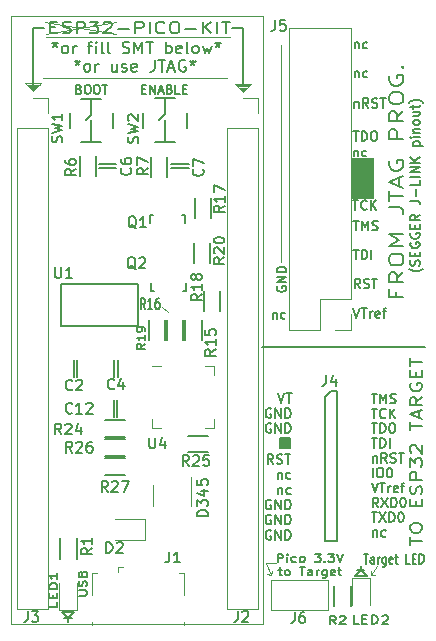
<source format=gbr>
G04 #@! TF.GenerationSoftware,KiCad,Pcbnew,(5.1.5-0-10_14)*
G04 #@! TF.CreationDate,2020-02-28T10:22:06-08:00*
G04 #@! TF.ProjectId,esp-prog,6573702d-7072-46f6-972e-6b696361645f,rev?*
G04 #@! TF.SameCoordinates,Original*
G04 #@! TF.FileFunction,Legend,Top*
G04 #@! TF.FilePolarity,Positive*
%FSLAX46Y46*%
G04 Gerber Fmt 4.6, Leading zero omitted, Abs format (unit mm)*
G04 Created by KiCad (PCBNEW (5.1.5-0-10_14)) date 2020-02-28 10:22:06*
%MOMM*%
%LPD*%
G04 APERTURE LIST*
%ADD10C,0.150000*%
%ADD11C,0.200000*%
%ADD12C,0.120000*%
%ADD13C,0.100000*%
%ADD14C,0.152400*%
%ADD15C,0.203200*%
%ADD16C,0.127000*%
G04 APERTURE END LIST*
D10*
X56655714Y-33140714D02*
X56655714Y-33574047D01*
X56655714Y-33202619D02*
X56693809Y-33171666D01*
X56770000Y-33140714D01*
X56884285Y-33140714D01*
X56960476Y-33171666D01*
X56998571Y-33233571D01*
X56998571Y-33574047D01*
X57722380Y-33543095D02*
X57646190Y-33574047D01*
X57493809Y-33574047D01*
X57417619Y-33543095D01*
X57379523Y-33512142D01*
X57341428Y-33450238D01*
X57341428Y-33264523D01*
X57379523Y-33202619D01*
X57417619Y-33171666D01*
X57493809Y-33140714D01*
X57646190Y-33140714D01*
X57722380Y-33171666D01*
D11*
X48910000Y-49760000D02*
X62680000Y-49760000D01*
D12*
X58130000Y-69090000D02*
X58480000Y-69090000D01*
X58130000Y-69090000D02*
X58130000Y-68690000D01*
X58640000Y-68280000D02*
X58130000Y-69090000D01*
D10*
X33374047Y-70819523D02*
X33900238Y-70819523D01*
X33962142Y-70781428D01*
X33993095Y-70743333D01*
X34024047Y-70667142D01*
X34024047Y-70514761D01*
X33993095Y-70438571D01*
X33962142Y-70400476D01*
X33900238Y-70362380D01*
X33374047Y-70362380D01*
X33993095Y-70019523D02*
X34024047Y-69905238D01*
X34024047Y-69714761D01*
X33993095Y-69638571D01*
X33962142Y-69600476D01*
X33900238Y-69562380D01*
X33838333Y-69562380D01*
X33776428Y-69600476D01*
X33745476Y-69638571D01*
X33714523Y-69714761D01*
X33683571Y-69867142D01*
X33652619Y-69943333D01*
X33621666Y-69981428D01*
X33559761Y-70019523D01*
X33497857Y-70019523D01*
X33435952Y-69981428D01*
X33405000Y-69943333D01*
X33374047Y-69867142D01*
X33374047Y-69676666D01*
X33405000Y-69562380D01*
X33683571Y-68952857D02*
X33714523Y-68838571D01*
X33745476Y-68800476D01*
X33807380Y-68762380D01*
X33900238Y-68762380D01*
X33962142Y-68800476D01*
X33993095Y-68838571D01*
X34024047Y-68914761D01*
X34024047Y-69219523D01*
X33374047Y-69219523D01*
X33374047Y-68952857D01*
X33405000Y-68876666D01*
X33435952Y-68838571D01*
X33497857Y-68800476D01*
X33559761Y-68800476D01*
X33621666Y-68838571D01*
X33652619Y-68876666D01*
X33683571Y-68952857D01*
X33683571Y-69219523D01*
X57510952Y-67281904D02*
X57882380Y-67281904D01*
X57696666Y-68081904D02*
X57696666Y-67281904D01*
X58377619Y-68081904D02*
X58377619Y-67662857D01*
X58346666Y-67586666D01*
X58284761Y-67548571D01*
X58160952Y-67548571D01*
X58099047Y-67586666D01*
X58377619Y-68043809D02*
X58315714Y-68081904D01*
X58160952Y-68081904D01*
X58099047Y-68043809D01*
X58068095Y-67967619D01*
X58068095Y-67891428D01*
X58099047Y-67815238D01*
X58160952Y-67777142D01*
X58315714Y-67777142D01*
X58377619Y-67739047D01*
X58687142Y-68081904D02*
X58687142Y-67548571D01*
X58687142Y-67700952D02*
X58718095Y-67624761D01*
X58749047Y-67586666D01*
X58810952Y-67548571D01*
X58872857Y-67548571D01*
X59368095Y-67548571D02*
X59368095Y-68196190D01*
X59337142Y-68272380D01*
X59306190Y-68310476D01*
X59244285Y-68348571D01*
X59151428Y-68348571D01*
X59089523Y-68310476D01*
X59368095Y-68043809D02*
X59306190Y-68081904D01*
X59182380Y-68081904D01*
X59120476Y-68043809D01*
X59089523Y-68005714D01*
X59058571Y-67929523D01*
X59058571Y-67700952D01*
X59089523Y-67624761D01*
X59120476Y-67586666D01*
X59182380Y-67548571D01*
X59306190Y-67548571D01*
X59368095Y-67586666D01*
X59925238Y-68043809D02*
X59863333Y-68081904D01*
X59739523Y-68081904D01*
X59677619Y-68043809D01*
X59646666Y-67967619D01*
X59646666Y-67662857D01*
X59677619Y-67586666D01*
X59739523Y-67548571D01*
X59863333Y-67548571D01*
X59925238Y-67586666D01*
X59956190Y-67662857D01*
X59956190Y-67739047D01*
X59646666Y-67815238D01*
X60141904Y-67548571D02*
X60389523Y-67548571D01*
X60234761Y-67281904D02*
X60234761Y-67967619D01*
X60265714Y-68043809D01*
X60327619Y-68081904D01*
X60389523Y-68081904D01*
X61410952Y-68081904D02*
X61101428Y-68081904D01*
X61101428Y-67281904D01*
X61627619Y-67662857D02*
X61844285Y-67662857D01*
X61937142Y-68081904D02*
X61627619Y-68081904D01*
X61627619Y-67281904D01*
X61937142Y-67281904D01*
X62215714Y-68081904D02*
X62215714Y-67281904D01*
X62370476Y-67281904D01*
X62463333Y-67320000D01*
X62525238Y-67396190D01*
X62556190Y-67472380D01*
X62587142Y-67624761D01*
X62587142Y-67739047D01*
X62556190Y-67891428D01*
X62525238Y-67967619D01*
X62463333Y-68043809D01*
X62370476Y-68081904D01*
X62215714Y-68081904D01*
D12*
X49630000Y-69030000D02*
X49770000Y-68720000D01*
X49630000Y-69030000D02*
X49320000Y-68940000D01*
X49240000Y-68010000D02*
X49630000Y-69030000D01*
X50050000Y-68000000D02*
X49240000Y-68010000D01*
D10*
X50235238Y-67941547D02*
X50235238Y-67291547D01*
X50540000Y-67291547D01*
X50616190Y-67322500D01*
X50654285Y-67353452D01*
X50692380Y-67415357D01*
X50692380Y-67508214D01*
X50654285Y-67570119D01*
X50616190Y-67601071D01*
X50540000Y-67632023D01*
X50235238Y-67632023D01*
X51035238Y-67941547D02*
X51035238Y-67508214D01*
X51035238Y-67291547D02*
X50997142Y-67322500D01*
X51035238Y-67353452D01*
X51073333Y-67322500D01*
X51035238Y-67291547D01*
X51035238Y-67353452D01*
X51759047Y-67910595D02*
X51682857Y-67941547D01*
X51530476Y-67941547D01*
X51454285Y-67910595D01*
X51416190Y-67879642D01*
X51378095Y-67817738D01*
X51378095Y-67632023D01*
X51416190Y-67570119D01*
X51454285Y-67539166D01*
X51530476Y-67508214D01*
X51682857Y-67508214D01*
X51759047Y-67539166D01*
X52216190Y-67941547D02*
X52140000Y-67910595D01*
X52101904Y-67879642D01*
X52063809Y-67817738D01*
X52063809Y-67632023D01*
X52101904Y-67570119D01*
X52140000Y-67539166D01*
X52216190Y-67508214D01*
X52330476Y-67508214D01*
X52406666Y-67539166D01*
X52444761Y-67570119D01*
X52482857Y-67632023D01*
X52482857Y-67817738D01*
X52444761Y-67879642D01*
X52406666Y-67910595D01*
X52330476Y-67941547D01*
X52216190Y-67941547D01*
X53359047Y-67291547D02*
X53854285Y-67291547D01*
X53587619Y-67539166D01*
X53701904Y-67539166D01*
X53778095Y-67570119D01*
X53816190Y-67601071D01*
X53854285Y-67662976D01*
X53854285Y-67817738D01*
X53816190Y-67879642D01*
X53778095Y-67910595D01*
X53701904Y-67941547D01*
X53473333Y-67941547D01*
X53397142Y-67910595D01*
X53359047Y-67879642D01*
X54197142Y-67879642D02*
X54235238Y-67910595D01*
X54197142Y-67941547D01*
X54159047Y-67910595D01*
X54197142Y-67879642D01*
X54197142Y-67941547D01*
X54501904Y-67291547D02*
X54997142Y-67291547D01*
X54730476Y-67539166D01*
X54844761Y-67539166D01*
X54920952Y-67570119D01*
X54959047Y-67601071D01*
X54997142Y-67662976D01*
X54997142Y-67817738D01*
X54959047Y-67879642D01*
X54920952Y-67910595D01*
X54844761Y-67941547D01*
X54616190Y-67941547D01*
X54540000Y-67910595D01*
X54501904Y-67879642D01*
X55225714Y-67291547D02*
X55492380Y-67941547D01*
X55759047Y-67291547D01*
X50273333Y-68633214D02*
X50578095Y-68633214D01*
X50387619Y-68416547D02*
X50387619Y-68973690D01*
X50425714Y-69035595D01*
X50501904Y-69066547D01*
X50578095Y-69066547D01*
X50959047Y-69066547D02*
X50882857Y-69035595D01*
X50844761Y-69004642D01*
X50806666Y-68942738D01*
X50806666Y-68757023D01*
X50844761Y-68695119D01*
X50882857Y-68664166D01*
X50959047Y-68633214D01*
X51073333Y-68633214D01*
X51149523Y-68664166D01*
X51187619Y-68695119D01*
X51225714Y-68757023D01*
X51225714Y-68942738D01*
X51187619Y-69004642D01*
X51149523Y-69035595D01*
X51073333Y-69066547D01*
X50959047Y-69066547D01*
X52063809Y-68416547D02*
X52520952Y-68416547D01*
X52292380Y-69066547D02*
X52292380Y-68416547D01*
X53130476Y-69066547D02*
X53130476Y-68726071D01*
X53092380Y-68664166D01*
X53016190Y-68633214D01*
X52863809Y-68633214D01*
X52787619Y-68664166D01*
X53130476Y-69035595D02*
X53054285Y-69066547D01*
X52863809Y-69066547D01*
X52787619Y-69035595D01*
X52749523Y-68973690D01*
X52749523Y-68911785D01*
X52787619Y-68849880D01*
X52863809Y-68818928D01*
X53054285Y-68818928D01*
X53130476Y-68787976D01*
X53511428Y-69066547D02*
X53511428Y-68633214D01*
X53511428Y-68757023D02*
X53549523Y-68695119D01*
X53587619Y-68664166D01*
X53663809Y-68633214D01*
X53740000Y-68633214D01*
X54349523Y-68633214D02*
X54349523Y-69159404D01*
X54311428Y-69221309D01*
X54273333Y-69252261D01*
X54197142Y-69283214D01*
X54082857Y-69283214D01*
X54006666Y-69252261D01*
X54349523Y-69035595D02*
X54273333Y-69066547D01*
X54120952Y-69066547D01*
X54044761Y-69035595D01*
X54006666Y-69004642D01*
X53968571Y-68942738D01*
X53968571Y-68757023D01*
X54006666Y-68695119D01*
X54044761Y-68664166D01*
X54120952Y-68633214D01*
X54273333Y-68633214D01*
X54349523Y-68664166D01*
X55035238Y-69035595D02*
X54959047Y-69066547D01*
X54806666Y-69066547D01*
X54730476Y-69035595D01*
X54692380Y-68973690D01*
X54692380Y-68726071D01*
X54730476Y-68664166D01*
X54806666Y-68633214D01*
X54959047Y-68633214D01*
X55035238Y-68664166D01*
X55073333Y-68726071D01*
X55073333Y-68787976D01*
X54692380Y-68849880D01*
X55301904Y-68633214D02*
X55606666Y-68633214D01*
X55416190Y-68416547D02*
X55416190Y-68973690D01*
X55454285Y-69035595D01*
X55530476Y-69066547D01*
X55606666Y-69066547D01*
D12*
X50490000Y-42590000D02*
X50490000Y-24190000D01*
D10*
X50160000Y-44619523D02*
X50121904Y-44695714D01*
X50121904Y-44810000D01*
X50160000Y-44924285D01*
X50236190Y-45000476D01*
X50312380Y-45038571D01*
X50464761Y-45076666D01*
X50579047Y-45076666D01*
X50731428Y-45038571D01*
X50807619Y-45000476D01*
X50883809Y-44924285D01*
X50921904Y-44810000D01*
X50921904Y-44733809D01*
X50883809Y-44619523D01*
X50845714Y-44581428D01*
X50579047Y-44581428D01*
X50579047Y-44733809D01*
X50921904Y-44238571D02*
X50121904Y-44238571D01*
X50921904Y-43781428D01*
X50121904Y-43781428D01*
X50921904Y-43400476D02*
X50121904Y-43400476D01*
X50121904Y-43210000D01*
X50160000Y-43095714D01*
X50236190Y-43019523D01*
X50312380Y-42981428D01*
X50464761Y-42943333D01*
X50579047Y-42943333D01*
X50731428Y-42981428D01*
X50807619Y-43019523D01*
X50883809Y-43095714D01*
X50921904Y-43210000D01*
X50921904Y-43400476D01*
X49795714Y-46828571D02*
X49795714Y-47361904D01*
X49795714Y-46904761D02*
X49833809Y-46866666D01*
X49910000Y-46828571D01*
X50024285Y-46828571D01*
X50100476Y-46866666D01*
X50138571Y-46942857D01*
X50138571Y-47361904D01*
X50862380Y-47323809D02*
X50786190Y-47361904D01*
X50633809Y-47361904D01*
X50557619Y-47323809D01*
X50519523Y-47285714D01*
X50481428Y-47209523D01*
X50481428Y-46980952D01*
X50519523Y-46904761D01*
X50557619Y-46866666D01*
X50633809Y-46828571D01*
X50786190Y-46828571D01*
X50862380Y-46866666D01*
X56727619Y-23938571D02*
X56727619Y-24471904D01*
X56727619Y-24014761D02*
X56765714Y-23976666D01*
X56841905Y-23938571D01*
X56956190Y-23938571D01*
X57032381Y-23976666D01*
X57070476Y-24052857D01*
X57070476Y-24471904D01*
X57794285Y-24433809D02*
X57718095Y-24471904D01*
X57565714Y-24471904D01*
X57489524Y-24433809D01*
X57451428Y-24395714D01*
X57413333Y-24319523D01*
X57413333Y-24090952D01*
X57451428Y-24014761D01*
X57489524Y-23976666D01*
X57565714Y-23938571D01*
X57718095Y-23938571D01*
X57794285Y-23976666D01*
X56727619Y-26388571D02*
X56727619Y-26921904D01*
X56727619Y-26464761D02*
X56765714Y-26426666D01*
X56841905Y-26388571D01*
X56956190Y-26388571D01*
X57032381Y-26426666D01*
X57070476Y-26502857D01*
X57070476Y-26921904D01*
X57794285Y-26883809D02*
X57718095Y-26921904D01*
X57565714Y-26921904D01*
X57489524Y-26883809D01*
X57451428Y-26845714D01*
X57413333Y-26769523D01*
X57413333Y-26540952D01*
X57451428Y-26464761D01*
X57489524Y-26426666D01*
X57565714Y-26388571D01*
X57718095Y-26388571D01*
X57794285Y-26426666D01*
X56613332Y-46471904D02*
X56879999Y-47271904D01*
X57146666Y-46471904D01*
X57299047Y-46471904D02*
X57756189Y-46471904D01*
X57527618Y-47271904D02*
X57527618Y-46471904D01*
X58022856Y-47271904D02*
X58022856Y-46738571D01*
X58022856Y-46890952D02*
X58060951Y-46814761D01*
X58099047Y-46776666D01*
X58175237Y-46738571D01*
X58251428Y-46738571D01*
X58822856Y-47233809D02*
X58746666Y-47271904D01*
X58594285Y-47271904D01*
X58518094Y-47233809D01*
X58479999Y-47157619D01*
X58479999Y-46852857D01*
X58518094Y-46776666D01*
X58594285Y-46738571D01*
X58746666Y-46738571D01*
X58822856Y-46776666D01*
X58860951Y-46852857D01*
X58860951Y-46929047D01*
X58479999Y-47005238D01*
X59089523Y-46738571D02*
X59394285Y-46738571D01*
X59203809Y-47271904D02*
X59203809Y-46586190D01*
X59241904Y-46510000D01*
X59318094Y-46471904D01*
X59394285Y-46471904D01*
X57184761Y-44771904D02*
X56918095Y-44390952D01*
X56727618Y-44771904D02*
X56727618Y-43971904D01*
X57032380Y-43971904D01*
X57108571Y-44010000D01*
X57146666Y-44048095D01*
X57184761Y-44124285D01*
X57184761Y-44238571D01*
X57146666Y-44314761D01*
X57108571Y-44352857D01*
X57032380Y-44390952D01*
X56727618Y-44390952D01*
X57489523Y-44733809D02*
X57603809Y-44771904D01*
X57794285Y-44771904D01*
X57870476Y-44733809D01*
X57908571Y-44695714D01*
X57946666Y-44619523D01*
X57946666Y-44543333D01*
X57908571Y-44467142D01*
X57870476Y-44429047D01*
X57794285Y-44390952D01*
X57641904Y-44352857D01*
X57565714Y-44314761D01*
X57527618Y-44276666D01*
X57489523Y-44200476D01*
X57489523Y-44124285D01*
X57527618Y-44048095D01*
X57565714Y-44010000D01*
X57641904Y-43971904D01*
X57832380Y-43971904D01*
X57946666Y-44010000D01*
X58175237Y-43971904D02*
X58632380Y-43971904D01*
X58403809Y-44771904D02*
X58403809Y-43971904D01*
X56712857Y-28968571D02*
X56712857Y-29501904D01*
X56712857Y-29044761D02*
X56750952Y-29006666D01*
X56827142Y-28968571D01*
X56941428Y-28968571D01*
X57017619Y-29006666D01*
X57055714Y-29082857D01*
X57055714Y-29501904D01*
X57893809Y-29501904D02*
X57627142Y-29120952D01*
X57436666Y-29501904D02*
X57436666Y-28701904D01*
X57741428Y-28701904D01*
X57817619Y-28740000D01*
X57855714Y-28778095D01*
X57893809Y-28854285D01*
X57893809Y-28968571D01*
X57855714Y-29044761D01*
X57817619Y-29082857D01*
X57741428Y-29120952D01*
X57436666Y-29120952D01*
X58198571Y-29463809D02*
X58312857Y-29501904D01*
X58503333Y-29501904D01*
X58579523Y-29463809D01*
X58617619Y-29425714D01*
X58655714Y-29349523D01*
X58655714Y-29273333D01*
X58617619Y-29197142D01*
X58579523Y-29159047D01*
X58503333Y-29120952D01*
X58350952Y-29082857D01*
X58274761Y-29044761D01*
X58236666Y-29006666D01*
X58198571Y-28930476D01*
X58198571Y-28854285D01*
X58236666Y-28778095D01*
X58274761Y-28740000D01*
X58350952Y-28701904D01*
X58541428Y-28701904D01*
X58655714Y-28740000D01*
X58884285Y-28701904D02*
X59341428Y-28701904D01*
X59112857Y-29501904D02*
X59112857Y-28701904D01*
X56613332Y-31491904D02*
X57070475Y-31491904D01*
X56841904Y-32291904D02*
X56841904Y-31491904D01*
X57337142Y-32291904D02*
X57337142Y-31491904D01*
X57527618Y-31491904D01*
X57641904Y-31530000D01*
X57718094Y-31606190D01*
X57756190Y-31682380D01*
X57794285Y-31834761D01*
X57794285Y-31949047D01*
X57756190Y-32101428D01*
X57718094Y-32177619D01*
X57641904Y-32253809D01*
X57527618Y-32291904D01*
X57337142Y-32291904D01*
X58289523Y-31491904D02*
X58441904Y-31491904D01*
X58518094Y-31530000D01*
X58594285Y-31606190D01*
X58632380Y-31758571D01*
X58632380Y-32025238D01*
X58594285Y-32177619D01*
X58518094Y-32253809D01*
X58441904Y-32291904D01*
X58289523Y-32291904D01*
X58213332Y-32253809D01*
X58137142Y-32177619D01*
X58099047Y-32025238D01*
X58099047Y-31758571D01*
X58137142Y-31606190D01*
X58213332Y-31530000D01*
X58289523Y-31491904D01*
X56561428Y-37321904D02*
X57018571Y-37321904D01*
X56790000Y-38121904D02*
X56790000Y-37321904D01*
X57742380Y-38045714D02*
X57704285Y-38083809D01*
X57590000Y-38121904D01*
X57513809Y-38121904D01*
X57399523Y-38083809D01*
X57323333Y-38007619D01*
X57285238Y-37931428D01*
X57247142Y-37779047D01*
X57247142Y-37664761D01*
X57285238Y-37512380D01*
X57323333Y-37436190D01*
X57399523Y-37360000D01*
X57513809Y-37321904D01*
X57590000Y-37321904D01*
X57704285Y-37360000D01*
X57742380Y-37398095D01*
X58085238Y-38121904D02*
X58085238Y-37321904D01*
X58542380Y-38121904D02*
X58199523Y-37664761D01*
X58542380Y-37321904D02*
X58085238Y-37779047D01*
X56613333Y-39051904D02*
X57070476Y-39051904D01*
X56841904Y-39851904D02*
X56841904Y-39051904D01*
X57337142Y-39851904D02*
X57337142Y-39051904D01*
X57603809Y-39623333D01*
X57870476Y-39051904D01*
X57870476Y-39851904D01*
X58213333Y-39813809D02*
X58327619Y-39851904D01*
X58518095Y-39851904D01*
X58594285Y-39813809D01*
X58632380Y-39775714D01*
X58670476Y-39699523D01*
X58670476Y-39623333D01*
X58632380Y-39547142D01*
X58594285Y-39509047D01*
X58518095Y-39470952D01*
X58365714Y-39432857D01*
X58289523Y-39394761D01*
X58251428Y-39356666D01*
X58213333Y-39280476D01*
X58213333Y-39204285D01*
X58251428Y-39128095D01*
X58289523Y-39090000D01*
X58365714Y-39051904D01*
X58556190Y-39051904D01*
X58670476Y-39090000D01*
X56613333Y-41521904D02*
X57070476Y-41521904D01*
X56841904Y-42321904D02*
X56841904Y-41521904D01*
X57337142Y-42321904D02*
X57337142Y-41521904D01*
X57527619Y-41521904D01*
X57641904Y-41560000D01*
X57718095Y-41636190D01*
X57756190Y-41712380D01*
X57794285Y-41864761D01*
X57794285Y-41979047D01*
X57756190Y-42131428D01*
X57718095Y-42207619D01*
X57641904Y-42283809D01*
X57527619Y-42321904D01*
X57337142Y-42321904D01*
X58137142Y-42321904D02*
X58137142Y-41521904D01*
D12*
X30560000Y-23280000D02*
X36520000Y-22200000D01*
X30520000Y-22200000D02*
X36500000Y-23280000D01*
D10*
X62536666Y-43118571D02*
X62498571Y-43156666D01*
X62384285Y-43232857D01*
X62308095Y-43270952D01*
X62193809Y-43309047D01*
X62003333Y-43347142D01*
X61850952Y-43347142D01*
X61660476Y-43309047D01*
X61546190Y-43270952D01*
X61470000Y-43232857D01*
X61355714Y-43156666D01*
X61317619Y-43118571D01*
X62193809Y-42851904D02*
X62231904Y-42737619D01*
X62231904Y-42547142D01*
X62193809Y-42470952D01*
X62155714Y-42432857D01*
X62079523Y-42394761D01*
X62003333Y-42394761D01*
X61927142Y-42432857D01*
X61889047Y-42470952D01*
X61850952Y-42547142D01*
X61812857Y-42699523D01*
X61774761Y-42775714D01*
X61736666Y-42813809D01*
X61660476Y-42851904D01*
X61584285Y-42851904D01*
X61508095Y-42813809D01*
X61470000Y-42775714D01*
X61431904Y-42699523D01*
X61431904Y-42509047D01*
X61470000Y-42394761D01*
X61812857Y-42051904D02*
X61812857Y-41785238D01*
X62231904Y-41670952D02*
X62231904Y-42051904D01*
X61431904Y-42051904D01*
X61431904Y-41670952D01*
X61470000Y-40909047D02*
X61431904Y-40985238D01*
X61431904Y-41099523D01*
X61470000Y-41213809D01*
X61546190Y-41290000D01*
X61622380Y-41328095D01*
X61774761Y-41366190D01*
X61889047Y-41366190D01*
X62041428Y-41328095D01*
X62117619Y-41290000D01*
X62193809Y-41213809D01*
X62231904Y-41099523D01*
X62231904Y-41023333D01*
X62193809Y-40909047D01*
X62155714Y-40870952D01*
X61889047Y-40870952D01*
X61889047Y-41023333D01*
X61470000Y-40109047D02*
X61431904Y-40185238D01*
X61431904Y-40299523D01*
X61470000Y-40413809D01*
X61546190Y-40490000D01*
X61622380Y-40528095D01*
X61774761Y-40566190D01*
X61889047Y-40566190D01*
X62041428Y-40528095D01*
X62117619Y-40490000D01*
X62193809Y-40413809D01*
X62231904Y-40299523D01*
X62231904Y-40223333D01*
X62193809Y-40109047D01*
X62155714Y-40070952D01*
X61889047Y-40070952D01*
X61889047Y-40223333D01*
X61812857Y-39728095D02*
X61812857Y-39461428D01*
X62231904Y-39347142D02*
X62231904Y-39728095D01*
X61431904Y-39728095D01*
X61431904Y-39347142D01*
X62231904Y-38547142D02*
X61850952Y-38813809D01*
X62231904Y-39004285D02*
X61431904Y-39004285D01*
X61431904Y-38699523D01*
X61470000Y-38623333D01*
X61508095Y-38585238D01*
X61584285Y-38547142D01*
X61698571Y-38547142D01*
X61774761Y-38585238D01*
X61812857Y-38623333D01*
X61850952Y-38699523D01*
X61850952Y-39004285D01*
X61431904Y-37366190D02*
X62003333Y-37366190D01*
X62117619Y-37404285D01*
X62193809Y-37480476D01*
X62231904Y-37594761D01*
X62231904Y-37670952D01*
X61927142Y-36985238D02*
X61927142Y-36375714D01*
X62231904Y-35613809D02*
X62231904Y-35994761D01*
X61431904Y-35994761D01*
X62231904Y-35347142D02*
X61431904Y-35347142D01*
X62231904Y-34966190D02*
X61431904Y-34966190D01*
X62231904Y-34509047D01*
X61431904Y-34509047D01*
X62231904Y-34128095D02*
X61431904Y-34128095D01*
X62231904Y-33670952D02*
X61774761Y-34013809D01*
X61431904Y-33670952D02*
X61889047Y-34128095D01*
X61698571Y-32718571D02*
X62498571Y-32718571D01*
X61736666Y-32718571D02*
X61698571Y-32642380D01*
X61698571Y-32490000D01*
X61736666Y-32413809D01*
X61774761Y-32375714D01*
X61850952Y-32337619D01*
X62079523Y-32337619D01*
X62155714Y-32375714D01*
X62193809Y-32413809D01*
X62231904Y-32490000D01*
X62231904Y-32642380D01*
X62193809Y-32718571D01*
X62231904Y-31994761D02*
X61698571Y-31994761D01*
X61431904Y-31994761D02*
X61470000Y-32032857D01*
X61508095Y-31994761D01*
X61470000Y-31956666D01*
X61431904Y-31994761D01*
X61508095Y-31994761D01*
X61698571Y-31613809D02*
X62231904Y-31613809D01*
X61774761Y-31613809D02*
X61736666Y-31575714D01*
X61698571Y-31499523D01*
X61698571Y-31385238D01*
X61736666Y-31309047D01*
X61812857Y-31270952D01*
X62231904Y-31270952D01*
X62231904Y-30775714D02*
X62193809Y-30851904D01*
X62155714Y-30890000D01*
X62079523Y-30928095D01*
X61850952Y-30928095D01*
X61774761Y-30890000D01*
X61736666Y-30851904D01*
X61698571Y-30775714D01*
X61698571Y-30661428D01*
X61736666Y-30585238D01*
X61774761Y-30547142D01*
X61850952Y-30509047D01*
X62079523Y-30509047D01*
X62155714Y-30547142D01*
X62193809Y-30585238D01*
X62231904Y-30661428D01*
X62231904Y-30775714D01*
X61698571Y-29823333D02*
X62231904Y-29823333D01*
X61698571Y-30166190D02*
X62117619Y-30166190D01*
X62193809Y-30128095D01*
X62231904Y-30051904D01*
X62231904Y-29937619D01*
X62193809Y-29861428D01*
X62155714Y-29823333D01*
X61698571Y-29556666D02*
X61698571Y-29251904D01*
X61431904Y-29442380D02*
X62117619Y-29442380D01*
X62193809Y-29404285D01*
X62231904Y-29328095D01*
X62231904Y-29251904D01*
X62536666Y-29061428D02*
X62498571Y-29023333D01*
X62384285Y-28947142D01*
X62308095Y-28909047D01*
X62193809Y-28870952D01*
X62003333Y-28832857D01*
X61850952Y-28832857D01*
X61660476Y-28870952D01*
X61546190Y-28909047D01*
X61470000Y-28947142D01*
X61355714Y-29023333D01*
X61317619Y-29061428D01*
D12*
X30600000Y-23480000D02*
X46180000Y-23480000D01*
D10*
X33402142Y-27916428D02*
X33509285Y-27952142D01*
X33545000Y-27987857D01*
X33580714Y-28059285D01*
X33580714Y-28166428D01*
X33545000Y-28237857D01*
X33509285Y-28273571D01*
X33437857Y-28309285D01*
X33152142Y-28309285D01*
X33152142Y-27559285D01*
X33402142Y-27559285D01*
X33473571Y-27595000D01*
X33509285Y-27630714D01*
X33545000Y-27702142D01*
X33545000Y-27773571D01*
X33509285Y-27845000D01*
X33473571Y-27880714D01*
X33402142Y-27916428D01*
X33152142Y-27916428D01*
X34045000Y-27559285D02*
X34187857Y-27559285D01*
X34259285Y-27595000D01*
X34330714Y-27666428D01*
X34366428Y-27809285D01*
X34366428Y-28059285D01*
X34330714Y-28202142D01*
X34259285Y-28273571D01*
X34187857Y-28309285D01*
X34045000Y-28309285D01*
X33973571Y-28273571D01*
X33902142Y-28202142D01*
X33866428Y-28059285D01*
X33866428Y-27809285D01*
X33902142Y-27666428D01*
X33973571Y-27595000D01*
X34045000Y-27559285D01*
X34830714Y-27559285D02*
X34973571Y-27559285D01*
X35045000Y-27595000D01*
X35116428Y-27666428D01*
X35152142Y-27809285D01*
X35152142Y-28059285D01*
X35116428Y-28202142D01*
X35045000Y-28273571D01*
X34973571Y-28309285D01*
X34830714Y-28309285D01*
X34759285Y-28273571D01*
X34687857Y-28202142D01*
X34652142Y-28059285D01*
X34652142Y-27809285D01*
X34687857Y-27666428D01*
X34759285Y-27595000D01*
X34830714Y-27559285D01*
X35366428Y-27559285D02*
X35795000Y-27559285D01*
X35580714Y-28309285D02*
X35580714Y-27559285D01*
X38697142Y-27916428D02*
X38947142Y-27916428D01*
X39054285Y-28309285D02*
X38697142Y-28309285D01*
X38697142Y-27559285D01*
X39054285Y-27559285D01*
X39375714Y-28309285D02*
X39375714Y-27559285D01*
X39804285Y-28309285D01*
X39804285Y-27559285D01*
X40125714Y-28095000D02*
X40482857Y-28095000D01*
X40054285Y-28309285D02*
X40304285Y-27559285D01*
X40554285Y-28309285D01*
X41054285Y-27916428D02*
X41161428Y-27952142D01*
X41197142Y-27987857D01*
X41232857Y-28059285D01*
X41232857Y-28166428D01*
X41197142Y-28237857D01*
X41161428Y-28273571D01*
X41090000Y-28309285D01*
X40804285Y-28309285D01*
X40804285Y-27559285D01*
X41054285Y-27559285D01*
X41125714Y-27595000D01*
X41161428Y-27630714D01*
X41197142Y-27702142D01*
X41197142Y-27773571D01*
X41161428Y-27845000D01*
X41125714Y-27880714D01*
X41054285Y-27916428D01*
X40804285Y-27916428D01*
X41911428Y-28309285D02*
X41554285Y-28309285D01*
X41554285Y-27559285D01*
X42161428Y-27916428D02*
X42411428Y-27916428D01*
X42518571Y-28309285D02*
X42161428Y-28309285D01*
X42161428Y-27559285D01*
X42518571Y-27559285D01*
X33259047Y-25432380D02*
X33259047Y-25670476D01*
X33020952Y-25575238D02*
X33259047Y-25670476D01*
X33497142Y-25575238D01*
X33116190Y-25860952D02*
X33259047Y-25670476D01*
X33401904Y-25860952D01*
X34020952Y-26432380D02*
X33925714Y-26384761D01*
X33878095Y-26337142D01*
X33830476Y-26241904D01*
X33830476Y-25956190D01*
X33878095Y-25860952D01*
X33925714Y-25813333D01*
X34020952Y-25765714D01*
X34163809Y-25765714D01*
X34259047Y-25813333D01*
X34306666Y-25860952D01*
X34354285Y-25956190D01*
X34354285Y-26241904D01*
X34306666Y-26337142D01*
X34259047Y-26384761D01*
X34163809Y-26432380D01*
X34020952Y-26432380D01*
X34782857Y-26432380D02*
X34782857Y-25765714D01*
X34782857Y-25956190D02*
X34830476Y-25860952D01*
X34878095Y-25813333D01*
X34973333Y-25765714D01*
X35068571Y-25765714D01*
X36592380Y-25765714D02*
X36592380Y-26432380D01*
X36163809Y-25765714D02*
X36163809Y-26289523D01*
X36211428Y-26384761D01*
X36306666Y-26432380D01*
X36449523Y-26432380D01*
X36544761Y-26384761D01*
X36592380Y-26337142D01*
X37020952Y-26384761D02*
X37116190Y-26432380D01*
X37306666Y-26432380D01*
X37401904Y-26384761D01*
X37449523Y-26289523D01*
X37449523Y-26241904D01*
X37401904Y-26146666D01*
X37306666Y-26099047D01*
X37163809Y-26099047D01*
X37068571Y-26051428D01*
X37020952Y-25956190D01*
X37020952Y-25908571D01*
X37068571Y-25813333D01*
X37163809Y-25765714D01*
X37306666Y-25765714D01*
X37401904Y-25813333D01*
X38259047Y-26384761D02*
X38163809Y-26432380D01*
X37973333Y-26432380D01*
X37878095Y-26384761D01*
X37830476Y-26289523D01*
X37830476Y-25908571D01*
X37878095Y-25813333D01*
X37973333Y-25765714D01*
X38163809Y-25765714D01*
X38259047Y-25813333D01*
X38306666Y-25908571D01*
X38306666Y-26003809D01*
X37830476Y-26099047D01*
X39782857Y-25432380D02*
X39782857Y-26146666D01*
X39735238Y-26289523D01*
X39640000Y-26384761D01*
X39497142Y-26432380D01*
X39401904Y-26432380D01*
X40116190Y-25432380D02*
X40687619Y-25432380D01*
X40401904Y-26432380D02*
X40401904Y-25432380D01*
X40973333Y-26146666D02*
X41449523Y-26146666D01*
X40878095Y-26432380D02*
X41211428Y-25432380D01*
X41544761Y-26432380D01*
X42401904Y-25480000D02*
X42306666Y-25432380D01*
X42163809Y-25432380D01*
X42020952Y-25480000D01*
X41925714Y-25575238D01*
X41878095Y-25670476D01*
X41830476Y-25860952D01*
X41830476Y-26003809D01*
X41878095Y-26194285D01*
X41925714Y-26289523D01*
X42020952Y-26384761D01*
X42163809Y-26432380D01*
X42259047Y-26432380D01*
X42401904Y-26384761D01*
X42449523Y-26337142D01*
X42449523Y-26003809D01*
X42259047Y-26003809D01*
X43020952Y-25432380D02*
X43020952Y-25670476D01*
X42782857Y-25575238D02*
X43020952Y-25670476D01*
X43259047Y-25575238D01*
X42878095Y-25860952D02*
X43020952Y-25670476D01*
X43163809Y-25860952D01*
X58161428Y-53701904D02*
X58618571Y-53701904D01*
X58389999Y-54501904D02*
X58389999Y-53701904D01*
X58885237Y-54501904D02*
X58885237Y-53701904D01*
X59151904Y-54273333D01*
X59418571Y-53701904D01*
X59418571Y-54501904D01*
X59761428Y-54463809D02*
X59875714Y-54501904D01*
X60066190Y-54501904D01*
X60142380Y-54463809D01*
X60180475Y-54425714D01*
X60218571Y-54349523D01*
X60218571Y-54273333D01*
X60180475Y-54197142D01*
X60142380Y-54159047D01*
X60066190Y-54120952D01*
X59913809Y-54082857D01*
X59837618Y-54044761D01*
X59799523Y-54006666D01*
X59761428Y-53930476D01*
X59761428Y-53854285D01*
X59799523Y-53778095D01*
X59837618Y-53740000D01*
X59913809Y-53701904D01*
X60104285Y-53701904D01*
X60218571Y-53740000D01*
X58161428Y-54958570D02*
X58618571Y-54958570D01*
X58390000Y-55758570D02*
X58390000Y-54958570D01*
X59342380Y-55682380D02*
X59304285Y-55720475D01*
X59190000Y-55758570D01*
X59113809Y-55758570D01*
X58999523Y-55720475D01*
X58923333Y-55644285D01*
X58885238Y-55568094D01*
X58847142Y-55415713D01*
X58847142Y-55301427D01*
X58885238Y-55149046D01*
X58923333Y-55072856D01*
X58999523Y-54996666D01*
X59113809Y-54958570D01*
X59190000Y-54958570D01*
X59304285Y-54996666D01*
X59342380Y-55034761D01*
X59685238Y-55758570D02*
X59685238Y-54958570D01*
X60142380Y-55758570D02*
X59799523Y-55301427D01*
X60142380Y-54958570D02*
X59685238Y-55415713D01*
X58161427Y-56215236D02*
X58618570Y-56215236D01*
X58389999Y-57015236D02*
X58389999Y-56215236D01*
X58885237Y-57015236D02*
X58885237Y-56215236D01*
X59075713Y-56215236D01*
X59189999Y-56253332D01*
X59266189Y-56329522D01*
X59304285Y-56405712D01*
X59342380Y-56558093D01*
X59342380Y-56672379D01*
X59304285Y-56824760D01*
X59266189Y-56900951D01*
X59189999Y-56977141D01*
X59075713Y-57015236D01*
X58885237Y-57015236D01*
X59837618Y-56215236D02*
X59989999Y-56215236D01*
X60066189Y-56253332D01*
X60142380Y-56329522D01*
X60180475Y-56481903D01*
X60180475Y-56748570D01*
X60142380Y-56900951D01*
X60066189Y-56977141D01*
X59989999Y-57015236D01*
X59837618Y-57015236D01*
X59761427Y-56977141D01*
X59685237Y-56900951D01*
X59647142Y-56748570D01*
X59647142Y-56481903D01*
X59685237Y-56329522D01*
X59761427Y-56253332D01*
X59837618Y-56215236D01*
X58161428Y-57471902D02*
X58618571Y-57471902D01*
X58389999Y-58271902D02*
X58389999Y-57471902D01*
X58885237Y-58271902D02*
X58885237Y-57471902D01*
X59075714Y-57471902D01*
X59189999Y-57509998D01*
X59266190Y-57586188D01*
X59304285Y-57662378D01*
X59342380Y-57814759D01*
X59342380Y-57929045D01*
X59304285Y-58081426D01*
X59266190Y-58157617D01*
X59189999Y-58233807D01*
X59075714Y-58271902D01*
X58885237Y-58271902D01*
X59685237Y-58271902D02*
X59685237Y-57471902D01*
X58275714Y-58995235D02*
X58275714Y-59528568D01*
X58275714Y-59071425D02*
X58313809Y-59033330D01*
X58389999Y-58995235D01*
X58504285Y-58995235D01*
X58580476Y-59033330D01*
X58618571Y-59109521D01*
X58618571Y-59528568D01*
X59456666Y-59528568D02*
X59189999Y-59147616D01*
X58999523Y-59528568D02*
X58999523Y-58728568D01*
X59304285Y-58728568D01*
X59380476Y-58766664D01*
X59418571Y-58804759D01*
X59456666Y-58880949D01*
X59456666Y-58995235D01*
X59418571Y-59071425D01*
X59380476Y-59109521D01*
X59304285Y-59147616D01*
X58999523Y-59147616D01*
X59761428Y-59490473D02*
X59875714Y-59528568D01*
X60066190Y-59528568D01*
X60142380Y-59490473D01*
X60180476Y-59452378D01*
X60218571Y-59376187D01*
X60218571Y-59299997D01*
X60180476Y-59223806D01*
X60142380Y-59185711D01*
X60066190Y-59147616D01*
X59913809Y-59109521D01*
X59837618Y-59071425D01*
X59799523Y-59033330D01*
X59761428Y-58957140D01*
X59761428Y-58880949D01*
X59799523Y-58804759D01*
X59837618Y-58766664D01*
X59913809Y-58728568D01*
X60104285Y-58728568D01*
X60218571Y-58766664D01*
X60447142Y-58728568D02*
X60904285Y-58728568D01*
X60675714Y-59528568D02*
X60675714Y-58728568D01*
X58275714Y-60785234D02*
X58275714Y-59985234D01*
X58809047Y-59985234D02*
X58961428Y-59985234D01*
X59037618Y-60023330D01*
X59113809Y-60099520D01*
X59151904Y-60251901D01*
X59151904Y-60518568D01*
X59113809Y-60670949D01*
X59037618Y-60747139D01*
X58961428Y-60785234D01*
X58809047Y-60785234D01*
X58732856Y-60747139D01*
X58656666Y-60670949D01*
X58618571Y-60518568D01*
X58618571Y-60251901D01*
X58656666Y-60099520D01*
X58732856Y-60023330D01*
X58809047Y-59985234D01*
X59647142Y-59985234D02*
X59723333Y-59985234D01*
X59799523Y-60023330D01*
X59837618Y-60061425D01*
X59875714Y-60137615D01*
X59913809Y-60289996D01*
X59913809Y-60480472D01*
X59875714Y-60632853D01*
X59837618Y-60709044D01*
X59799523Y-60747139D01*
X59723333Y-60785234D01*
X59647142Y-60785234D01*
X59570952Y-60747139D01*
X59532856Y-60709044D01*
X59494761Y-60632853D01*
X59456666Y-60480472D01*
X59456666Y-60289996D01*
X59494761Y-60137615D01*
X59532856Y-60061425D01*
X59570952Y-60023330D01*
X59647142Y-59985234D01*
X58161427Y-61241900D02*
X58428094Y-62041900D01*
X58694761Y-61241900D01*
X58847142Y-61241900D02*
X59304284Y-61241900D01*
X59075713Y-62041900D02*
X59075713Y-61241900D01*
X59570951Y-62041900D02*
X59570951Y-61508567D01*
X59570951Y-61660948D02*
X59609046Y-61584757D01*
X59647142Y-61546662D01*
X59723332Y-61508567D01*
X59799523Y-61508567D01*
X60370951Y-62003805D02*
X60294761Y-62041900D01*
X60142380Y-62041900D01*
X60066189Y-62003805D01*
X60028094Y-61927615D01*
X60028094Y-61622853D01*
X60066189Y-61546662D01*
X60142380Y-61508567D01*
X60294761Y-61508567D01*
X60370951Y-61546662D01*
X60409046Y-61622853D01*
X60409046Y-61699043D01*
X60028094Y-61775234D01*
X60637618Y-61508567D02*
X60942380Y-61508567D01*
X60751904Y-62041900D02*
X60751904Y-61356186D01*
X60789999Y-61279996D01*
X60866189Y-61241900D01*
X60942380Y-61241900D01*
X58732857Y-63298566D02*
X58466190Y-62917614D01*
X58275714Y-63298566D02*
X58275714Y-62498566D01*
X58580476Y-62498566D01*
X58656666Y-62536662D01*
X58694762Y-62574757D01*
X58732857Y-62650947D01*
X58732857Y-62765233D01*
X58694762Y-62841423D01*
X58656666Y-62879519D01*
X58580476Y-62917614D01*
X58275714Y-62917614D01*
X58999523Y-62498566D02*
X59532857Y-63298566D01*
X59532857Y-62498566D02*
X58999523Y-63298566D01*
X59837619Y-63298566D02*
X59837619Y-62498566D01*
X60028095Y-62498566D01*
X60142381Y-62536662D01*
X60218571Y-62612852D01*
X60256666Y-62689042D01*
X60294762Y-62841423D01*
X60294762Y-62955709D01*
X60256666Y-63108090D01*
X60218571Y-63184281D01*
X60142381Y-63260471D01*
X60028095Y-63298566D01*
X59837619Y-63298566D01*
X60790000Y-62498566D02*
X60866190Y-62498566D01*
X60942381Y-62536662D01*
X60980476Y-62574757D01*
X61018571Y-62650947D01*
X61056666Y-62803328D01*
X61056666Y-62993804D01*
X61018571Y-63146185D01*
X60980476Y-63222376D01*
X60942381Y-63260471D01*
X60866190Y-63298566D01*
X60790000Y-63298566D01*
X60713809Y-63260471D01*
X60675714Y-63222376D01*
X60637619Y-63146185D01*
X60599523Y-62993804D01*
X60599523Y-62803328D01*
X60637619Y-62650947D01*
X60675714Y-62574757D01*
X60713809Y-62536662D01*
X60790000Y-62498566D01*
X58161427Y-63755232D02*
X58618570Y-63755232D01*
X58389999Y-64555232D02*
X58389999Y-63755232D01*
X58809046Y-63755232D02*
X59342380Y-64555232D01*
X59342380Y-63755232D02*
X58809046Y-64555232D01*
X59647142Y-64555232D02*
X59647142Y-63755232D01*
X59837618Y-63755232D01*
X59951904Y-63793328D01*
X60028094Y-63869518D01*
X60066189Y-63945708D01*
X60104284Y-64098089D01*
X60104284Y-64212375D01*
X60066189Y-64364756D01*
X60028094Y-64440947D01*
X59951904Y-64517137D01*
X59837618Y-64555232D01*
X59647142Y-64555232D01*
X60599523Y-63755232D02*
X60675713Y-63755232D01*
X60751904Y-63793328D01*
X60789999Y-63831423D01*
X60828094Y-63907613D01*
X60866189Y-64059994D01*
X60866189Y-64250470D01*
X60828094Y-64402851D01*
X60789999Y-64479042D01*
X60751904Y-64517137D01*
X60675713Y-64555232D01*
X60599523Y-64555232D01*
X60523332Y-64517137D01*
X60485237Y-64479042D01*
X60447142Y-64402851D01*
X60409046Y-64250470D01*
X60409046Y-64059994D01*
X60447142Y-63907613D01*
X60485237Y-63831423D01*
X60523332Y-63793328D01*
X60599523Y-63755232D01*
X58275714Y-65278565D02*
X58275714Y-65811898D01*
X58275714Y-65354755D02*
X58313809Y-65316660D01*
X58390000Y-65278565D01*
X58504285Y-65278565D01*
X58580476Y-65316660D01*
X58618571Y-65392851D01*
X58618571Y-65811898D01*
X59342380Y-65773803D02*
X59266190Y-65811898D01*
X59113809Y-65811898D01*
X59037619Y-65773803D01*
X58999523Y-65735708D01*
X58961428Y-65659517D01*
X58961428Y-65430946D01*
X58999523Y-65354755D01*
X59037619Y-65316660D01*
X59113809Y-65278565D01*
X59266190Y-65278565D01*
X59342380Y-65316660D01*
X50250000Y-61660571D02*
X50250000Y-62193904D01*
X50250000Y-61736761D02*
X50288095Y-61698666D01*
X50364286Y-61660571D01*
X50478571Y-61660571D01*
X50554762Y-61698666D01*
X50592857Y-61774857D01*
X50592857Y-62193904D01*
X51316666Y-62155809D02*
X51240476Y-62193904D01*
X51088095Y-62193904D01*
X51011905Y-62155809D01*
X50973809Y-62117714D01*
X50935714Y-62041523D01*
X50935714Y-61812952D01*
X50973809Y-61736761D01*
X51011905Y-61698666D01*
X51088095Y-61660571D01*
X51240476Y-61660571D01*
X51316666Y-61698666D01*
X50225714Y-60374571D02*
X50225714Y-60907904D01*
X50225714Y-60450761D02*
X50263809Y-60412666D01*
X50340000Y-60374571D01*
X50454285Y-60374571D01*
X50530476Y-60412666D01*
X50568571Y-60488857D01*
X50568571Y-60907904D01*
X51292380Y-60869809D02*
X51216190Y-60907904D01*
X51063809Y-60907904D01*
X50987619Y-60869809D01*
X50949523Y-60831714D01*
X50911428Y-60755523D01*
X50911428Y-60526952D01*
X50949523Y-60450761D01*
X50987619Y-60412666D01*
X51063809Y-60374571D01*
X51216190Y-60374571D01*
X51292380Y-60412666D01*
X49640476Y-65290000D02*
X49564285Y-65251904D01*
X49450000Y-65251904D01*
X49335714Y-65290000D01*
X49259523Y-65366190D01*
X49221428Y-65442380D01*
X49183333Y-65594761D01*
X49183333Y-65709047D01*
X49221428Y-65861428D01*
X49259523Y-65937619D01*
X49335714Y-66013809D01*
X49450000Y-66051904D01*
X49526190Y-66051904D01*
X49640476Y-66013809D01*
X49678571Y-65975714D01*
X49678571Y-65709047D01*
X49526190Y-65709047D01*
X50021428Y-66051904D02*
X50021428Y-65251904D01*
X50478571Y-66051904D01*
X50478571Y-65251904D01*
X50859523Y-66051904D02*
X50859523Y-65251904D01*
X51050000Y-65251904D01*
X51164285Y-65290000D01*
X51240476Y-65366190D01*
X51278571Y-65442380D01*
X51316666Y-65594761D01*
X51316666Y-65709047D01*
X51278571Y-65861428D01*
X51240476Y-65937619D01*
X51164285Y-66013809D01*
X51050000Y-66051904D01*
X50859523Y-66051904D01*
X49640476Y-64004000D02*
X49564285Y-63965904D01*
X49450000Y-63965904D01*
X49335714Y-64004000D01*
X49259523Y-64080190D01*
X49221428Y-64156380D01*
X49183333Y-64308761D01*
X49183333Y-64423047D01*
X49221428Y-64575428D01*
X49259523Y-64651619D01*
X49335714Y-64727809D01*
X49450000Y-64765904D01*
X49526190Y-64765904D01*
X49640476Y-64727809D01*
X49678571Y-64689714D01*
X49678571Y-64423047D01*
X49526190Y-64423047D01*
X50021428Y-64765904D02*
X50021428Y-63965904D01*
X50478571Y-64765904D01*
X50478571Y-63965904D01*
X50859523Y-64765904D02*
X50859523Y-63965904D01*
X51050000Y-63965904D01*
X51164285Y-64004000D01*
X51240476Y-64080190D01*
X51278571Y-64156380D01*
X51316666Y-64308761D01*
X51316666Y-64423047D01*
X51278571Y-64575428D01*
X51240476Y-64651619D01*
X51164285Y-64727809D01*
X51050000Y-64765904D01*
X50859523Y-64765904D01*
X49640476Y-62718000D02*
X49564285Y-62679904D01*
X49450000Y-62679904D01*
X49335714Y-62718000D01*
X49259523Y-62794190D01*
X49221428Y-62870380D01*
X49183333Y-63022761D01*
X49183333Y-63137047D01*
X49221428Y-63289428D01*
X49259523Y-63365619D01*
X49335714Y-63441809D01*
X49450000Y-63479904D01*
X49526190Y-63479904D01*
X49640476Y-63441809D01*
X49678571Y-63403714D01*
X49678571Y-63137047D01*
X49526190Y-63137047D01*
X50021428Y-63479904D02*
X50021428Y-62679904D01*
X50478571Y-63479904D01*
X50478571Y-62679904D01*
X50859523Y-63479904D02*
X50859523Y-62679904D01*
X51050000Y-62679904D01*
X51164285Y-62718000D01*
X51240476Y-62794190D01*
X51278571Y-62870380D01*
X51316666Y-63022761D01*
X51316666Y-63137047D01*
X51278571Y-63289428D01*
X51240476Y-63365619D01*
X51164285Y-63441809D01*
X51050000Y-63479904D01*
X50859523Y-63479904D01*
X49831904Y-59621904D02*
X49565238Y-59240952D01*
X49374761Y-59621904D02*
X49374761Y-58821904D01*
X49679523Y-58821904D01*
X49755714Y-58860000D01*
X49793809Y-58898095D01*
X49831904Y-58974285D01*
X49831904Y-59088571D01*
X49793809Y-59164761D01*
X49755714Y-59202857D01*
X49679523Y-59240952D01*
X49374761Y-59240952D01*
X50136666Y-59583809D02*
X50250952Y-59621904D01*
X50441428Y-59621904D01*
X50517619Y-59583809D01*
X50555714Y-59545714D01*
X50593809Y-59469523D01*
X50593809Y-59393333D01*
X50555714Y-59317142D01*
X50517619Y-59279047D01*
X50441428Y-59240952D01*
X50289047Y-59202857D01*
X50212857Y-59164761D01*
X50174761Y-59126666D01*
X50136666Y-59050476D01*
X50136666Y-58974285D01*
X50174761Y-58898095D01*
X50212857Y-58860000D01*
X50289047Y-58821904D01*
X50479523Y-58821904D01*
X50593809Y-58860000D01*
X50822380Y-58821904D02*
X51279523Y-58821904D01*
X51050952Y-59621904D02*
X51050952Y-58821904D01*
X49640476Y-56250000D02*
X49564285Y-56211904D01*
X49450000Y-56211904D01*
X49335714Y-56250000D01*
X49259523Y-56326190D01*
X49221428Y-56402380D01*
X49183333Y-56554761D01*
X49183333Y-56669047D01*
X49221428Y-56821428D01*
X49259523Y-56897619D01*
X49335714Y-56973809D01*
X49450000Y-57011904D01*
X49526190Y-57011904D01*
X49640476Y-56973809D01*
X49678571Y-56935714D01*
X49678571Y-56669047D01*
X49526190Y-56669047D01*
X50021428Y-57011904D02*
X50021428Y-56211904D01*
X50478571Y-57011904D01*
X50478571Y-56211904D01*
X50859523Y-57011904D02*
X50859523Y-56211904D01*
X51050000Y-56211904D01*
X51164285Y-56250000D01*
X51240476Y-56326190D01*
X51278571Y-56402380D01*
X51316666Y-56554761D01*
X51316666Y-56669047D01*
X51278571Y-56821428D01*
X51240476Y-56897619D01*
X51164285Y-56973809D01*
X51050000Y-57011904D01*
X50859523Y-57011904D01*
X49640476Y-54990000D02*
X49564285Y-54951904D01*
X49450000Y-54951904D01*
X49335714Y-54990000D01*
X49259523Y-55066190D01*
X49221428Y-55142380D01*
X49183333Y-55294761D01*
X49183333Y-55409047D01*
X49221428Y-55561428D01*
X49259523Y-55637619D01*
X49335714Y-55713809D01*
X49450000Y-55751904D01*
X49526190Y-55751904D01*
X49640476Y-55713809D01*
X49678571Y-55675714D01*
X49678571Y-55409047D01*
X49526190Y-55409047D01*
X50021428Y-55751904D02*
X50021428Y-54951904D01*
X50478571Y-55751904D01*
X50478571Y-54951904D01*
X50859523Y-55751904D02*
X50859523Y-54951904D01*
X51050000Y-54951904D01*
X51164285Y-54990000D01*
X51240476Y-55066190D01*
X51278571Y-55142380D01*
X51316666Y-55294761D01*
X51316666Y-55409047D01*
X51278571Y-55561428D01*
X51240476Y-55637619D01*
X51164285Y-55713809D01*
X51050000Y-55751904D01*
X50859523Y-55751904D01*
X50250000Y-53671904D02*
X50516667Y-54471904D01*
X50783333Y-53671904D01*
X50935714Y-53671904D02*
X51392857Y-53671904D01*
X51164286Y-54471904D02*
X51164286Y-53671904D01*
D11*
X61432380Y-66484285D02*
X61432380Y-65798571D01*
X62432380Y-66141428D02*
X61432380Y-66141428D01*
X61432380Y-65170000D02*
X61432380Y-64941428D01*
X61480000Y-64827142D01*
X61575238Y-64712857D01*
X61765714Y-64655714D01*
X62099047Y-64655714D01*
X62289523Y-64712857D01*
X62384761Y-64827142D01*
X62432380Y-64941428D01*
X62432380Y-65170000D01*
X62384761Y-65284285D01*
X62289523Y-65398571D01*
X62099047Y-65455714D01*
X61765714Y-65455714D01*
X61575238Y-65398571D01*
X61480000Y-65284285D01*
X61432380Y-65170000D01*
X61908571Y-63227142D02*
X61908571Y-62827142D01*
X62432380Y-62655714D02*
X62432380Y-63227142D01*
X61432380Y-63227142D01*
X61432380Y-62655714D01*
X62384761Y-62198571D02*
X62432380Y-62027142D01*
X62432380Y-61741428D01*
X62384761Y-61627142D01*
X62337142Y-61570000D01*
X62241904Y-61512857D01*
X62146666Y-61512857D01*
X62051428Y-61570000D01*
X62003809Y-61627142D01*
X61956190Y-61741428D01*
X61908571Y-61970000D01*
X61860952Y-62084285D01*
X61813333Y-62141428D01*
X61718095Y-62198571D01*
X61622857Y-62198571D01*
X61527619Y-62141428D01*
X61480000Y-62084285D01*
X61432380Y-61970000D01*
X61432380Y-61684285D01*
X61480000Y-61512857D01*
X62432380Y-60998571D02*
X61432380Y-60998571D01*
X61432380Y-60541428D01*
X61480000Y-60427142D01*
X61527619Y-60370000D01*
X61622857Y-60312857D01*
X61765714Y-60312857D01*
X61860952Y-60370000D01*
X61908571Y-60427142D01*
X61956190Y-60541428D01*
X61956190Y-60998571D01*
X61432380Y-59912857D02*
X61432380Y-59170000D01*
X61813333Y-59570000D01*
X61813333Y-59398571D01*
X61860952Y-59284285D01*
X61908571Y-59227142D01*
X62003809Y-59170000D01*
X62241904Y-59170000D01*
X62337142Y-59227142D01*
X62384761Y-59284285D01*
X62432380Y-59398571D01*
X62432380Y-59741428D01*
X62384761Y-59855714D01*
X62337142Y-59912857D01*
X61527619Y-58712857D02*
X61480000Y-58655714D01*
X61432380Y-58541428D01*
X61432380Y-58255714D01*
X61480000Y-58141428D01*
X61527619Y-58084285D01*
X61622857Y-58027142D01*
X61718095Y-58027142D01*
X61860952Y-58084285D01*
X62432380Y-58770000D01*
X62432380Y-58027142D01*
X61432380Y-56770000D02*
X61432380Y-56084285D01*
X62432380Y-56427142D02*
X61432380Y-56427142D01*
X62146666Y-55741428D02*
X62146666Y-55170000D01*
X62432380Y-55855714D02*
X61432380Y-55455714D01*
X62432380Y-55055714D01*
X62432380Y-53970000D02*
X61956190Y-54370000D01*
X62432380Y-54655714D02*
X61432380Y-54655714D01*
X61432380Y-54198571D01*
X61480000Y-54084285D01*
X61527619Y-54027142D01*
X61622857Y-53970000D01*
X61765714Y-53970000D01*
X61860952Y-54027142D01*
X61908571Y-54084285D01*
X61956190Y-54198571D01*
X61956190Y-54655714D01*
X61480000Y-52827142D02*
X61432380Y-52941428D01*
X61432380Y-53112857D01*
X61480000Y-53284285D01*
X61575238Y-53398571D01*
X61670476Y-53455714D01*
X61860952Y-53512857D01*
X62003809Y-53512857D01*
X62194285Y-53455714D01*
X62289523Y-53398571D01*
X62384761Y-53284285D01*
X62432380Y-53112857D01*
X62432380Y-52998571D01*
X62384761Y-52827142D01*
X62337142Y-52770000D01*
X62003809Y-52770000D01*
X62003809Y-52998571D01*
X61908571Y-52255714D02*
X61908571Y-51855714D01*
X62432380Y-51684285D02*
X62432380Y-52255714D01*
X61432380Y-52255714D01*
X61432380Y-51684285D01*
X61432380Y-51341428D02*
X61432380Y-50655714D01*
X62432380Y-50998571D02*
X61432380Y-50998571D01*
D13*
G36*
X58240000Y-33730000D02*
G01*
X58240000Y-37130000D01*
X56510000Y-37120000D01*
X56510000Y-33720000D01*
X58240000Y-33730000D01*
G37*
X58240000Y-33730000D02*
X58240000Y-37130000D01*
X56510000Y-37120000D01*
X56510000Y-33720000D01*
X58240000Y-33730000D01*
D10*
X60214285Y-45050000D02*
X60214285Y-45550000D01*
X60842857Y-45550000D02*
X59642857Y-45550000D01*
X59642857Y-44835714D01*
X60842857Y-43407142D02*
X60271428Y-43907142D01*
X60842857Y-44264285D02*
X59642857Y-44264285D01*
X59642857Y-43692857D01*
X59700000Y-43550000D01*
X59757142Y-43478571D01*
X59871428Y-43407142D01*
X60042857Y-43407142D01*
X60157142Y-43478571D01*
X60214285Y-43550000D01*
X60271428Y-43692857D01*
X60271428Y-44264285D01*
X59642857Y-42478571D02*
X59642857Y-42192857D01*
X59700000Y-42050000D01*
X59814285Y-41907142D01*
X60042857Y-41835714D01*
X60442857Y-41835714D01*
X60671428Y-41907142D01*
X60785714Y-42050000D01*
X60842857Y-42192857D01*
X60842857Y-42478571D01*
X60785714Y-42621428D01*
X60671428Y-42764285D01*
X60442857Y-42835714D01*
X60042857Y-42835714D01*
X59814285Y-42764285D01*
X59700000Y-42621428D01*
X59642857Y-42478571D01*
X60842857Y-41192857D02*
X59642857Y-41192857D01*
X60500000Y-40692857D01*
X59642857Y-40192857D01*
X60842857Y-40192857D01*
X59642857Y-37907142D02*
X60500000Y-37907142D01*
X60671428Y-37978571D01*
X60785714Y-38121428D01*
X60842857Y-38335714D01*
X60842857Y-38478571D01*
X59642857Y-37407142D02*
X59642857Y-36550000D01*
X60842857Y-36978571D02*
X59642857Y-36978571D01*
X60500000Y-36121428D02*
X60500000Y-35407142D01*
X60842857Y-36264285D02*
X59642857Y-35764285D01*
X60842857Y-35264285D01*
X59700000Y-33978571D02*
X59642857Y-34121428D01*
X59642857Y-34335714D01*
X59700000Y-34550000D01*
X59814285Y-34692857D01*
X59928571Y-34764285D01*
X60157142Y-34835714D01*
X60328571Y-34835714D01*
X60557142Y-34764285D01*
X60671428Y-34692857D01*
X60785714Y-34550000D01*
X60842857Y-34335714D01*
X60842857Y-34192857D01*
X60785714Y-33978571D01*
X60728571Y-33907142D01*
X60328571Y-33907142D01*
X60328571Y-34192857D01*
X60842857Y-32121428D02*
X59642857Y-32121428D01*
X59642857Y-31550000D01*
X59700000Y-31407142D01*
X59757142Y-31335714D01*
X59871428Y-31264285D01*
X60042857Y-31264285D01*
X60157142Y-31335714D01*
X60214285Y-31407142D01*
X60271428Y-31550000D01*
X60271428Y-32121428D01*
X60842857Y-29764285D02*
X60271428Y-30264285D01*
X60842857Y-30621428D02*
X59642857Y-30621428D01*
X59642857Y-30050000D01*
X59700000Y-29907142D01*
X59757142Y-29835714D01*
X59871428Y-29764285D01*
X60042857Y-29764285D01*
X60157142Y-29835714D01*
X60214285Y-29907142D01*
X60271428Y-30050000D01*
X60271428Y-30621428D01*
X59642857Y-28835714D02*
X59642857Y-28550000D01*
X59700000Y-28407142D01*
X59814285Y-28264285D01*
X60042857Y-28192857D01*
X60442857Y-28192857D01*
X60671428Y-28264285D01*
X60785714Y-28407142D01*
X60842857Y-28550000D01*
X60842857Y-28835714D01*
X60785714Y-28978571D01*
X60671428Y-29121428D01*
X60442857Y-29192857D01*
X60042857Y-29192857D01*
X59814285Y-29121428D01*
X59700000Y-28978571D01*
X59642857Y-28835714D01*
X59700000Y-26764285D02*
X59642857Y-26907142D01*
X59642857Y-27121428D01*
X59700000Y-27335714D01*
X59814285Y-27478571D01*
X59928571Y-27550000D01*
X60157142Y-27621428D01*
X60328571Y-27621428D01*
X60557142Y-27550000D01*
X60671428Y-27478571D01*
X60785714Y-27335714D01*
X60842857Y-27121428D01*
X60842857Y-26978571D01*
X60785714Y-26764285D01*
X60728571Y-26692857D01*
X60328571Y-26692857D01*
X60328571Y-26978571D01*
X60728571Y-26050000D02*
X60785714Y-25978571D01*
X60842857Y-26050000D01*
X60785714Y-26121428D01*
X60728571Y-26050000D01*
X60842857Y-26050000D01*
X31369047Y-23892380D02*
X31369047Y-24130476D01*
X31130952Y-24035238D02*
X31369047Y-24130476D01*
X31607142Y-24035238D01*
X31226190Y-24320952D02*
X31369047Y-24130476D01*
X31511904Y-24320952D01*
X32130952Y-24892380D02*
X32035714Y-24844761D01*
X31988095Y-24797142D01*
X31940476Y-24701904D01*
X31940476Y-24416190D01*
X31988095Y-24320952D01*
X32035714Y-24273333D01*
X32130952Y-24225714D01*
X32273809Y-24225714D01*
X32369047Y-24273333D01*
X32416666Y-24320952D01*
X32464285Y-24416190D01*
X32464285Y-24701904D01*
X32416666Y-24797142D01*
X32369047Y-24844761D01*
X32273809Y-24892380D01*
X32130952Y-24892380D01*
X32892857Y-24892380D02*
X32892857Y-24225714D01*
X32892857Y-24416190D02*
X32940476Y-24320952D01*
X32988095Y-24273333D01*
X33083333Y-24225714D01*
X33178571Y-24225714D01*
X34130952Y-24225714D02*
X34511904Y-24225714D01*
X34273809Y-24892380D02*
X34273809Y-24035238D01*
X34321428Y-23940000D01*
X34416666Y-23892380D01*
X34511904Y-23892380D01*
X34845238Y-24892380D02*
X34845238Y-24225714D01*
X34845238Y-23892380D02*
X34797619Y-23940000D01*
X34845238Y-23987619D01*
X34892857Y-23940000D01*
X34845238Y-23892380D01*
X34845238Y-23987619D01*
X35464285Y-24892380D02*
X35369047Y-24844761D01*
X35321428Y-24749523D01*
X35321428Y-23892380D01*
X35988095Y-24892380D02*
X35892857Y-24844761D01*
X35845238Y-24749523D01*
X35845238Y-23892380D01*
X37083333Y-24844761D02*
X37226190Y-24892380D01*
X37464285Y-24892380D01*
X37559523Y-24844761D01*
X37607142Y-24797142D01*
X37654761Y-24701904D01*
X37654761Y-24606666D01*
X37607142Y-24511428D01*
X37559523Y-24463809D01*
X37464285Y-24416190D01*
X37273809Y-24368571D01*
X37178571Y-24320952D01*
X37130952Y-24273333D01*
X37083333Y-24178095D01*
X37083333Y-24082857D01*
X37130952Y-23987619D01*
X37178571Y-23940000D01*
X37273809Y-23892380D01*
X37511904Y-23892380D01*
X37654761Y-23940000D01*
X38083333Y-24892380D02*
X38083333Y-23892380D01*
X38416666Y-24606666D01*
X38750000Y-23892380D01*
X38750000Y-24892380D01*
X39083333Y-23892380D02*
X39654761Y-23892380D01*
X39369047Y-24892380D02*
X39369047Y-23892380D01*
X40750000Y-24892380D02*
X40750000Y-23892380D01*
X40750000Y-24273333D02*
X40845238Y-24225714D01*
X41035714Y-24225714D01*
X41130952Y-24273333D01*
X41178571Y-24320952D01*
X41226190Y-24416190D01*
X41226190Y-24701904D01*
X41178571Y-24797142D01*
X41130952Y-24844761D01*
X41035714Y-24892380D01*
X40845238Y-24892380D01*
X40750000Y-24844761D01*
X42035714Y-24844761D02*
X41940476Y-24892380D01*
X41750000Y-24892380D01*
X41654761Y-24844761D01*
X41607142Y-24749523D01*
X41607142Y-24368571D01*
X41654761Y-24273333D01*
X41750000Y-24225714D01*
X41940476Y-24225714D01*
X42035714Y-24273333D01*
X42083333Y-24368571D01*
X42083333Y-24463809D01*
X41607142Y-24559047D01*
X42654761Y-24892380D02*
X42559523Y-24844761D01*
X42511904Y-24749523D01*
X42511904Y-23892380D01*
X43178571Y-24892380D02*
X43083333Y-24844761D01*
X43035714Y-24797142D01*
X42988095Y-24701904D01*
X42988095Y-24416190D01*
X43035714Y-24320952D01*
X43083333Y-24273333D01*
X43178571Y-24225714D01*
X43321428Y-24225714D01*
X43416666Y-24273333D01*
X43464285Y-24320952D01*
X43511904Y-24416190D01*
X43511904Y-24701904D01*
X43464285Y-24797142D01*
X43416666Y-24844761D01*
X43321428Y-24892380D01*
X43178571Y-24892380D01*
X43845238Y-24225714D02*
X44035714Y-24892380D01*
X44226190Y-24416190D01*
X44416666Y-24892380D01*
X44607142Y-24225714D01*
X45130952Y-23892380D02*
X45130952Y-24130476D01*
X44892857Y-24035238D02*
X45130952Y-24130476D01*
X45369047Y-24035238D01*
X44988095Y-24320952D02*
X45130952Y-24130476D01*
X45273809Y-24320952D01*
D12*
X47060000Y-27870000D02*
X47490000Y-27870000D01*
D11*
X47270000Y-22740000D02*
X46380000Y-22740000D01*
D12*
X47960000Y-27450000D02*
X47270000Y-28140000D01*
X46950000Y-27790000D02*
X47590000Y-27790000D01*
X47270000Y-28140000D02*
X46580000Y-27450000D01*
X46580000Y-27450000D02*
X47960000Y-27450000D01*
X46860000Y-27670000D02*
X47670000Y-27670000D01*
D11*
X47270000Y-22740000D02*
X47270000Y-27610000D01*
D12*
X47130000Y-27960000D02*
X47420000Y-27960000D01*
X46740000Y-27560000D02*
X47820000Y-27560000D01*
X47200000Y-28040000D02*
X47330000Y-28040000D01*
X29450000Y-28010000D02*
X29580000Y-28010000D01*
X29380000Y-27930000D02*
X29670000Y-27930000D01*
X29310000Y-27840000D02*
X29740000Y-27840000D01*
X29200000Y-27760000D02*
X29840000Y-27760000D01*
X29110000Y-27640000D02*
X29920000Y-27640000D01*
X28990000Y-27530000D02*
X30070000Y-27530000D01*
X30210000Y-27420000D02*
X29520000Y-28110000D01*
X28830000Y-27420000D02*
X30210000Y-27420000D01*
X29520000Y-28110000D02*
X28830000Y-27420000D01*
D11*
X29520000Y-22710000D02*
X29520000Y-27580000D01*
X30410000Y-22710000D02*
X29520000Y-22710000D01*
D12*
X30380000Y-26940000D02*
X45960000Y-26940000D01*
D11*
X30965714Y-22678571D02*
X31365714Y-22678571D01*
X31537142Y-23202380D02*
X30965714Y-23202380D01*
X30965714Y-22202380D01*
X31537142Y-22202380D01*
X31994285Y-23154761D02*
X32165714Y-23202380D01*
X32451428Y-23202380D01*
X32565714Y-23154761D01*
X32622857Y-23107142D01*
X32680000Y-23011904D01*
X32680000Y-22916666D01*
X32622857Y-22821428D01*
X32565714Y-22773809D01*
X32451428Y-22726190D01*
X32222857Y-22678571D01*
X32108571Y-22630952D01*
X32051428Y-22583333D01*
X31994285Y-22488095D01*
X31994285Y-22392857D01*
X32051428Y-22297619D01*
X32108571Y-22250000D01*
X32222857Y-22202380D01*
X32508571Y-22202380D01*
X32680000Y-22250000D01*
X33194285Y-23202380D02*
X33194285Y-22202380D01*
X33651428Y-22202380D01*
X33765714Y-22250000D01*
X33822857Y-22297619D01*
X33880000Y-22392857D01*
X33880000Y-22535714D01*
X33822857Y-22630952D01*
X33765714Y-22678571D01*
X33651428Y-22726190D01*
X33194285Y-22726190D01*
X34280000Y-22202380D02*
X35022857Y-22202380D01*
X34622857Y-22583333D01*
X34794285Y-22583333D01*
X34908571Y-22630952D01*
X34965714Y-22678571D01*
X35022857Y-22773809D01*
X35022857Y-23011904D01*
X34965714Y-23107142D01*
X34908571Y-23154761D01*
X34794285Y-23202380D01*
X34451428Y-23202380D01*
X34337142Y-23154761D01*
X34280000Y-23107142D01*
X35480000Y-22297619D02*
X35537142Y-22250000D01*
X35651428Y-22202380D01*
X35937142Y-22202380D01*
X36051428Y-22250000D01*
X36108571Y-22297619D01*
X36165714Y-22392857D01*
X36165714Y-22488095D01*
X36108571Y-22630952D01*
X35422857Y-23202380D01*
X36165714Y-23202380D01*
X36680000Y-22821428D02*
X37594285Y-22821428D01*
X38165714Y-23202380D02*
X38165714Y-22202380D01*
X38622857Y-22202380D01*
X38737142Y-22250000D01*
X38794285Y-22297619D01*
X38851428Y-22392857D01*
X38851428Y-22535714D01*
X38794285Y-22630952D01*
X38737142Y-22678571D01*
X38622857Y-22726190D01*
X38165714Y-22726190D01*
X39365714Y-23202380D02*
X39365714Y-22202380D01*
X40622857Y-23107142D02*
X40565714Y-23154761D01*
X40394285Y-23202380D01*
X40280000Y-23202380D01*
X40108571Y-23154761D01*
X39994285Y-23059523D01*
X39937142Y-22964285D01*
X39880000Y-22773809D01*
X39880000Y-22630952D01*
X39937142Y-22440476D01*
X39994285Y-22345238D01*
X40108571Y-22250000D01*
X40280000Y-22202380D01*
X40394285Y-22202380D01*
X40565714Y-22250000D01*
X40622857Y-22297619D01*
X41365714Y-22202380D02*
X41594285Y-22202380D01*
X41708571Y-22250000D01*
X41822857Y-22345238D01*
X41880000Y-22535714D01*
X41880000Y-22869047D01*
X41822857Y-23059523D01*
X41708571Y-23154761D01*
X41594285Y-23202380D01*
X41365714Y-23202380D01*
X41251428Y-23154761D01*
X41137142Y-23059523D01*
X41080000Y-22869047D01*
X41080000Y-22535714D01*
X41137142Y-22345238D01*
X41251428Y-22250000D01*
X41365714Y-22202380D01*
X42394285Y-22821428D02*
X43308571Y-22821428D01*
X43880000Y-23202380D02*
X43880000Y-22202380D01*
X44565714Y-23202380D02*
X44051428Y-22630952D01*
X44565714Y-22202380D02*
X43880000Y-22773809D01*
X45080000Y-23202380D02*
X45080000Y-22202380D01*
X45480000Y-22202380D02*
X46165714Y-22202380D01*
X45822857Y-23202380D02*
X45822857Y-22202380D01*
D12*
X27640000Y-73210000D02*
X27640000Y-21700000D01*
X48930000Y-73210000D02*
X27640000Y-73210000D01*
X48930000Y-21700000D02*
X48930000Y-73210000D01*
X27640000Y-21700000D02*
X48930000Y-21700000D01*
X40375000Y-46325000D02*
X40900000Y-46775000D01*
D10*
G36*
X50400000Y-57450000D02*
G01*
X50400000Y-58300000D01*
X51250000Y-58300000D01*
X51250000Y-57450000D01*
X50400000Y-57450000D01*
G37*
X50400000Y-57450000D02*
X50400000Y-58300000D01*
X51250000Y-58300000D01*
X51250000Y-57450000D01*
X50400000Y-57450000D01*
X54254000Y-66139000D02*
X54254000Y-53957000D01*
X55246000Y-66139000D02*
X54254000Y-66139000D01*
X55246000Y-53461000D02*
X55246000Y-66139000D01*
X54750000Y-53461000D02*
X55246000Y-53461000D01*
X54254000Y-53957000D02*
X54750000Y-53461000D01*
X56410000Y-70010000D02*
X56410000Y-71710000D01*
X55010000Y-71710000D02*
X55010000Y-70010000D01*
D14*
X57240000Y-68577500D02*
X57240000Y-68323500D01*
X57557500Y-68641000D02*
X56922500Y-68641000D01*
X57748000Y-69149000D02*
X56732000Y-69149000D01*
X57240000Y-68641000D02*
X56732000Y-69149000D01*
X57748000Y-69149000D02*
X57240000Y-68641000D01*
D12*
X56480000Y-69330000D02*
X56480000Y-71600000D01*
X58000000Y-69330000D02*
X56480000Y-69330000D01*
X58000000Y-71600000D02*
X58000000Y-69330000D01*
D15*
X41490000Y-32400000D02*
X39790000Y-32400000D01*
X41490000Y-28700000D02*
X39790000Y-28700000D01*
X38790000Y-31200000D02*
X38790000Y-29900000D01*
X42490000Y-31200000D02*
X42490000Y-29900000D01*
D10*
X40640000Y-28700000D02*
X40640000Y-30050000D01*
X40640000Y-30050000D02*
X40140000Y-30550000D01*
X40640000Y-30550000D02*
X40640000Y-32400000D01*
D15*
X35290000Y-32420000D02*
X33590000Y-32420000D01*
X35290000Y-28720000D02*
X33590000Y-28720000D01*
X32590000Y-31220000D02*
X32590000Y-29920000D01*
X36290000Y-31220000D02*
X36290000Y-29920000D01*
D10*
X34440000Y-28720000D02*
X34440000Y-30070000D01*
X34440000Y-30070000D02*
X33940000Y-30570000D01*
X34440000Y-30570000D02*
X34440000Y-32420000D01*
D12*
X40315000Y-51390000D02*
X39590000Y-51390000D01*
X44810000Y-56610000D02*
X44810000Y-55885000D01*
X44085000Y-56610000D02*
X44810000Y-56610000D01*
X39590000Y-56610000D02*
X39590000Y-55885000D01*
X40315000Y-56610000D02*
X39590000Y-56610000D01*
X44810000Y-51390000D02*
X44810000Y-52115000D01*
X44085000Y-51390000D02*
X44810000Y-51390000D01*
D16*
X31825000Y-44375000D02*
X31825000Y-47975000D01*
X38425000Y-44375000D02*
X31825000Y-44375000D01*
X38425000Y-47975000D02*
X38425000Y-44375000D01*
X31825000Y-47975000D02*
X38425000Y-47975000D01*
D10*
X37300000Y-60550000D02*
X35600000Y-60550000D01*
X35600000Y-59150000D02*
X37300000Y-59150000D01*
X35580000Y-57560000D02*
X37280000Y-57560000D01*
X37280000Y-58960000D02*
X35580000Y-58960000D01*
X44320000Y-58670000D02*
X42620000Y-58670000D01*
X42620000Y-57270000D02*
X44320000Y-57270000D01*
X37320000Y-57370000D02*
X35620000Y-57370000D01*
X35620000Y-55970000D02*
X37320000Y-55970000D01*
X44500000Y-40950000D02*
X44500000Y-42650000D01*
X43100000Y-42650000D02*
X43100000Y-40950000D01*
X39285000Y-49130000D02*
X39285000Y-47430000D01*
X40685000Y-47430000D02*
X40685000Y-49130000D01*
X43950000Y-46670000D02*
X43950000Y-44970000D01*
X45350000Y-44970000D02*
X45350000Y-46670000D01*
X43200000Y-38825000D02*
X43200000Y-37125000D01*
X44600000Y-37125000D02*
X44600000Y-38825000D01*
X40828333Y-49130000D02*
X40828333Y-47430000D01*
X42228333Y-47430000D02*
X42228333Y-49130000D01*
X42371666Y-49130000D02*
X42371666Y-47430000D01*
X43771666Y-47430000D02*
X43771666Y-49130000D01*
X40880000Y-33640000D02*
X40880000Y-35340000D01*
X39480000Y-35340000D02*
X39480000Y-33640000D01*
X34850000Y-33570000D02*
X34850000Y-35270000D01*
X33450000Y-35270000D02*
X33450000Y-33570000D01*
X31780000Y-67660000D02*
X31780000Y-65960000D01*
X33180000Y-65960000D02*
X33180000Y-67660000D01*
X39475180Y-45025240D02*
X39475180Y-44324200D01*
X39675840Y-45025240D02*
X39475180Y-45025240D01*
X42474820Y-45025240D02*
X42225900Y-45025240D01*
X42474820Y-44324200D02*
X42474820Y-45025240D01*
X39675840Y-45025240D02*
X39724100Y-45025240D01*
X42399820Y-38549760D02*
X42399820Y-39250800D01*
X42199160Y-38549760D02*
X42399820Y-38549760D01*
X39400180Y-38549760D02*
X39649100Y-38549760D01*
X39400180Y-39250800D02*
X39400180Y-38549760D01*
X42199160Y-38549760D02*
X42150900Y-38549760D01*
D13*
X54450000Y-72000000D02*
X49650000Y-72000000D01*
X54450000Y-69500000D02*
X54450000Y-72000000D01*
X49650000Y-69500000D02*
X54450000Y-69500000D01*
X49650000Y-72000000D02*
X49650000Y-69500000D01*
D12*
X56410000Y-48290000D02*
X55080000Y-48290000D01*
X56410000Y-46960000D02*
X56410000Y-48290000D01*
X53810000Y-48290000D02*
X51210000Y-48290000D01*
X53810000Y-45690000D02*
X53810000Y-48290000D01*
X56410000Y-45690000D02*
X53810000Y-45690000D01*
X51210000Y-48290000D02*
X51210000Y-22770000D01*
X56410000Y-45690000D02*
X56410000Y-22770000D01*
X56410000Y-22770000D02*
X51210000Y-22770000D01*
X29470000Y-28640000D02*
X30800000Y-28640000D01*
X30800000Y-28640000D02*
X30800000Y-29970000D01*
X30800000Y-31240000D02*
X30800000Y-71940000D01*
X28140000Y-71940000D02*
X30800000Y-71940000D01*
X28140000Y-31240000D02*
X28140000Y-71940000D01*
X28140000Y-31240000D02*
X30800000Y-31240000D01*
X47250000Y-28640000D02*
X48580000Y-28640000D01*
X48580000Y-28640000D02*
X48580000Y-29970000D01*
X48580000Y-31240000D02*
X48580000Y-71940000D01*
X45920000Y-71940000D02*
X48580000Y-71940000D01*
X45920000Y-31240000D02*
X45920000Y-71940000D01*
X45920000Y-31240000D02*
X48580000Y-31240000D01*
X36700000Y-68337500D02*
X36700000Y-68787500D01*
X36700000Y-68337500D02*
X37150000Y-68337500D01*
X42300000Y-68887500D02*
X41850000Y-68887500D01*
X42300000Y-70737500D02*
X42300000Y-68887500D01*
X34500000Y-73287500D02*
X34500000Y-73037500D01*
X42300000Y-73287500D02*
X42300000Y-73037500D01*
X34500000Y-70737500D02*
X34500000Y-68887500D01*
X34500000Y-68887500D02*
X34950000Y-68887500D01*
X42870000Y-63230000D02*
X42870000Y-60780000D01*
X39650000Y-61430000D02*
X39650000Y-63230000D01*
X38950000Y-66050000D02*
X36400000Y-66050000D01*
X38950000Y-64350000D02*
X36400000Y-64350000D01*
X38950000Y-66050000D02*
X38950000Y-64350000D01*
D14*
X32460000Y-72752500D02*
X32460000Y-73006500D01*
X32142500Y-72689000D02*
X32777500Y-72689000D01*
X31952000Y-72181000D02*
X32968000Y-72181000D01*
X32460000Y-72689000D02*
X32968000Y-72181000D01*
X31952000Y-72181000D02*
X32460000Y-72689000D01*
D12*
X33220000Y-72000000D02*
X33220000Y-69730000D01*
X31700000Y-72000000D02*
X33220000Y-72000000D01*
X31700000Y-69730000D02*
X31700000Y-72000000D01*
D10*
X36610000Y-55710000D02*
X36610000Y-54210000D01*
X36310000Y-54210000D02*
X36310000Y-55710000D01*
X41180000Y-34565000D02*
X42680000Y-34565000D01*
X42680000Y-34265000D02*
X41180000Y-34265000D01*
X35050000Y-34595000D02*
X36550000Y-34595000D01*
X36550000Y-34295000D02*
X35050000Y-34295000D01*
X36650000Y-52325000D02*
X36650000Y-50825000D01*
X36350000Y-50825000D02*
X36350000Y-52325000D01*
X33250000Y-52325000D02*
X33250000Y-50825000D01*
X32950000Y-50825000D02*
X32950000Y-52325000D01*
X54300000Y-52147142D02*
X54300000Y-52790000D01*
X54257142Y-52918571D01*
X54171428Y-53004285D01*
X54042857Y-53047142D01*
X53957142Y-53047142D01*
X55114285Y-52447142D02*
X55114285Y-53047142D01*
X54900000Y-52104285D02*
X54685714Y-52747142D01*
X55242857Y-52747142D01*
X55130000Y-73184047D02*
X54830000Y-72874523D01*
X54615714Y-73184047D02*
X54615714Y-72534047D01*
X54958571Y-72534047D01*
X55044285Y-72565000D01*
X55087142Y-72595952D01*
X55130000Y-72657857D01*
X55130000Y-72750714D01*
X55087142Y-72812619D01*
X55044285Y-72843571D01*
X54958571Y-72874523D01*
X54615714Y-72874523D01*
X55472857Y-72595952D02*
X55515714Y-72565000D01*
X55601428Y-72534047D01*
X55815714Y-72534047D01*
X55901428Y-72565000D01*
X55944285Y-72595952D01*
X55987142Y-72657857D01*
X55987142Y-72719761D01*
X55944285Y-72812619D01*
X55430000Y-73184047D01*
X55987142Y-73184047D01*
X57072857Y-73191733D02*
X56644285Y-73191733D01*
X56644285Y-72480533D01*
X57372857Y-72819200D02*
X57672857Y-72819200D01*
X57801428Y-73191733D02*
X57372857Y-73191733D01*
X57372857Y-72480533D01*
X57801428Y-72480533D01*
X58187142Y-73191733D02*
X58187142Y-72480533D01*
X58401428Y-72480533D01*
X58530000Y-72514400D01*
X58615714Y-72582133D01*
X58658571Y-72649866D01*
X58701428Y-72785333D01*
X58701428Y-72886933D01*
X58658571Y-73022400D01*
X58615714Y-73090133D01*
X58530000Y-73157866D01*
X58401428Y-73191733D01*
X58187142Y-73191733D01*
X59044285Y-72548266D02*
X59087142Y-72514400D01*
X59172857Y-72480533D01*
X59387142Y-72480533D01*
X59472857Y-72514400D01*
X59515714Y-72548266D01*
X59558571Y-72616000D01*
X59558571Y-72683733D01*
X59515714Y-72785333D01*
X59001428Y-73191733D01*
X59558571Y-73191733D01*
X38354285Y-32461071D02*
X38397142Y-32332500D01*
X38397142Y-32118214D01*
X38354285Y-32032500D01*
X38311428Y-31989642D01*
X38225714Y-31946785D01*
X38140000Y-31946785D01*
X38054285Y-31989642D01*
X38011428Y-32032500D01*
X37968571Y-32118214D01*
X37925714Y-32289642D01*
X37882857Y-32375357D01*
X37840000Y-32418214D01*
X37754285Y-32461071D01*
X37668571Y-32461071D01*
X37582857Y-32418214D01*
X37540000Y-32375357D01*
X37497142Y-32289642D01*
X37497142Y-32075357D01*
X37540000Y-31946785D01*
X37497142Y-31646785D02*
X38397142Y-31432500D01*
X37754285Y-31261071D01*
X38397142Y-31089642D01*
X37497142Y-30875357D01*
X37582857Y-30575357D02*
X37540000Y-30532500D01*
X37497142Y-30446785D01*
X37497142Y-30232500D01*
X37540000Y-30146785D01*
X37582857Y-30103928D01*
X37668571Y-30061071D01*
X37754285Y-30061071D01*
X37882857Y-30103928D01*
X38397142Y-30618214D01*
X38397142Y-30061071D01*
X31924285Y-32431071D02*
X31967142Y-32302500D01*
X31967142Y-32088214D01*
X31924285Y-32002500D01*
X31881428Y-31959642D01*
X31795714Y-31916785D01*
X31710000Y-31916785D01*
X31624285Y-31959642D01*
X31581428Y-32002500D01*
X31538571Y-32088214D01*
X31495714Y-32259642D01*
X31452857Y-32345357D01*
X31410000Y-32388214D01*
X31324285Y-32431071D01*
X31238571Y-32431071D01*
X31152857Y-32388214D01*
X31110000Y-32345357D01*
X31067142Y-32259642D01*
X31067142Y-32045357D01*
X31110000Y-31916785D01*
X31067142Y-31616785D02*
X31967142Y-31402500D01*
X31324285Y-31231071D01*
X31967142Y-31059642D01*
X31067142Y-30845357D01*
X31967142Y-30031071D02*
X31967142Y-30545357D01*
X31967142Y-30288214D02*
X31067142Y-30288214D01*
X31195714Y-30373928D01*
X31281428Y-30459642D01*
X31324285Y-30545357D01*
X39334285Y-57427142D02*
X39334285Y-58155714D01*
X39377142Y-58241428D01*
X39420000Y-58284285D01*
X39505714Y-58327142D01*
X39677142Y-58327142D01*
X39762857Y-58284285D01*
X39805714Y-58241428D01*
X39848571Y-58155714D01*
X39848571Y-57427142D01*
X40662857Y-57727142D02*
X40662857Y-58327142D01*
X40448571Y-57384285D02*
X40234285Y-58027142D01*
X40791428Y-58027142D01*
X31351785Y-42977142D02*
X31351785Y-43705714D01*
X31394642Y-43791428D01*
X31437500Y-43834285D01*
X31523214Y-43877142D01*
X31694642Y-43877142D01*
X31780357Y-43834285D01*
X31823214Y-43791428D01*
X31866071Y-43705714D01*
X31866071Y-42977142D01*
X32766071Y-43877142D02*
X32251785Y-43877142D01*
X32508928Y-43877142D02*
X32508928Y-42977142D01*
X32423214Y-43105714D01*
X32337500Y-43191428D01*
X32251785Y-43234285D01*
X35831428Y-61997142D02*
X35531428Y-61568571D01*
X35317142Y-61997142D02*
X35317142Y-61097142D01*
X35660000Y-61097142D01*
X35745714Y-61140000D01*
X35788571Y-61182857D01*
X35831428Y-61268571D01*
X35831428Y-61397142D01*
X35788571Y-61482857D01*
X35745714Y-61525714D01*
X35660000Y-61568571D01*
X35317142Y-61568571D01*
X36174285Y-61182857D02*
X36217142Y-61140000D01*
X36302857Y-61097142D01*
X36517142Y-61097142D01*
X36602857Y-61140000D01*
X36645714Y-61182857D01*
X36688571Y-61268571D01*
X36688571Y-61354285D01*
X36645714Y-61482857D01*
X36131428Y-61997142D01*
X36688571Y-61997142D01*
X36988571Y-61097142D02*
X37588571Y-61097142D01*
X37202857Y-61997142D01*
X32821428Y-58682142D02*
X32521428Y-58253571D01*
X32307142Y-58682142D02*
X32307142Y-57782142D01*
X32650000Y-57782142D01*
X32735714Y-57825000D01*
X32778571Y-57867857D01*
X32821428Y-57953571D01*
X32821428Y-58082142D01*
X32778571Y-58167857D01*
X32735714Y-58210714D01*
X32650000Y-58253571D01*
X32307142Y-58253571D01*
X33164285Y-57867857D02*
X33207142Y-57825000D01*
X33292857Y-57782142D01*
X33507142Y-57782142D01*
X33592857Y-57825000D01*
X33635714Y-57867857D01*
X33678571Y-57953571D01*
X33678571Y-58039285D01*
X33635714Y-58167857D01*
X33121428Y-58682142D01*
X33678571Y-58682142D01*
X34450000Y-57782142D02*
X34278571Y-57782142D01*
X34192857Y-57825000D01*
X34150000Y-57867857D01*
X34064285Y-57996428D01*
X34021428Y-58167857D01*
X34021428Y-58510714D01*
X34064285Y-58596428D01*
X34107142Y-58639285D01*
X34192857Y-58682142D01*
X34364285Y-58682142D01*
X34450000Y-58639285D01*
X34492857Y-58596428D01*
X34535714Y-58510714D01*
X34535714Y-58296428D01*
X34492857Y-58210714D01*
X34450000Y-58167857D01*
X34364285Y-58125000D01*
X34192857Y-58125000D01*
X34107142Y-58167857D01*
X34064285Y-58210714D01*
X34021428Y-58296428D01*
X42696428Y-59807142D02*
X42396428Y-59378571D01*
X42182142Y-59807142D02*
X42182142Y-58907142D01*
X42525000Y-58907142D01*
X42610714Y-58950000D01*
X42653571Y-58992857D01*
X42696428Y-59078571D01*
X42696428Y-59207142D01*
X42653571Y-59292857D01*
X42610714Y-59335714D01*
X42525000Y-59378571D01*
X42182142Y-59378571D01*
X43039285Y-58992857D02*
X43082142Y-58950000D01*
X43167857Y-58907142D01*
X43382142Y-58907142D01*
X43467857Y-58950000D01*
X43510714Y-58992857D01*
X43553571Y-59078571D01*
X43553571Y-59164285D01*
X43510714Y-59292857D01*
X42996428Y-59807142D01*
X43553571Y-59807142D01*
X44367857Y-58907142D02*
X43939285Y-58907142D01*
X43896428Y-59335714D01*
X43939285Y-59292857D01*
X44025000Y-59250000D01*
X44239285Y-59250000D01*
X44325000Y-59292857D01*
X44367857Y-59335714D01*
X44410714Y-59421428D01*
X44410714Y-59635714D01*
X44367857Y-59721428D01*
X44325000Y-59764285D01*
X44239285Y-59807142D01*
X44025000Y-59807142D01*
X43939285Y-59764285D01*
X43896428Y-59721428D01*
X31896428Y-57132142D02*
X31596428Y-56703571D01*
X31382142Y-57132142D02*
X31382142Y-56232142D01*
X31725000Y-56232142D01*
X31810714Y-56275000D01*
X31853571Y-56317857D01*
X31896428Y-56403571D01*
X31896428Y-56532142D01*
X31853571Y-56617857D01*
X31810714Y-56660714D01*
X31725000Y-56703571D01*
X31382142Y-56703571D01*
X32239285Y-56317857D02*
X32282142Y-56275000D01*
X32367857Y-56232142D01*
X32582142Y-56232142D01*
X32667857Y-56275000D01*
X32710714Y-56317857D01*
X32753571Y-56403571D01*
X32753571Y-56489285D01*
X32710714Y-56617857D01*
X32196428Y-57132142D01*
X32753571Y-57132142D01*
X33525000Y-56532142D02*
X33525000Y-57132142D01*
X33310714Y-56189285D02*
X33096428Y-56832142D01*
X33653571Y-56832142D01*
X45677142Y-42168571D02*
X45248571Y-42468571D01*
X45677142Y-42682857D02*
X44777142Y-42682857D01*
X44777142Y-42340000D01*
X44820000Y-42254285D01*
X44862857Y-42211428D01*
X44948571Y-42168571D01*
X45077142Y-42168571D01*
X45162857Y-42211428D01*
X45205714Y-42254285D01*
X45248571Y-42340000D01*
X45248571Y-42682857D01*
X44862857Y-41825714D02*
X44820000Y-41782857D01*
X44777142Y-41697142D01*
X44777142Y-41482857D01*
X44820000Y-41397142D01*
X44862857Y-41354285D01*
X44948571Y-41311428D01*
X45034285Y-41311428D01*
X45162857Y-41354285D01*
X45677142Y-41868571D01*
X45677142Y-41311428D01*
X44777142Y-40754285D02*
X44777142Y-40668571D01*
X44820000Y-40582857D01*
X44862857Y-40540000D01*
X44948571Y-40497142D01*
X45120000Y-40454285D01*
X45334285Y-40454285D01*
X45505714Y-40497142D01*
X45591428Y-40540000D01*
X45634285Y-40582857D01*
X45677142Y-40668571D01*
X45677142Y-40754285D01*
X45634285Y-40840000D01*
X45591428Y-40882857D01*
X45505714Y-40925714D01*
X45334285Y-40968571D01*
X45120000Y-40968571D01*
X44948571Y-40925714D01*
X44862857Y-40882857D01*
X44820000Y-40840000D01*
X44777142Y-40754285D01*
X39014285Y-49457142D02*
X38657142Y-49707142D01*
X39014285Y-49885714D02*
X38264285Y-49885714D01*
X38264285Y-49600000D01*
X38300000Y-49528571D01*
X38335714Y-49492857D01*
X38407142Y-49457142D01*
X38514285Y-49457142D01*
X38585714Y-49492857D01*
X38621428Y-49528571D01*
X38657142Y-49600000D01*
X38657142Y-49885714D01*
X39014285Y-48742857D02*
X39014285Y-49171428D01*
X39014285Y-48957142D02*
X38264285Y-48957142D01*
X38371428Y-49028571D01*
X38442857Y-49100000D01*
X38478571Y-49171428D01*
X39014285Y-48385714D02*
X39014285Y-48242857D01*
X38978571Y-48171428D01*
X38942857Y-48135714D01*
X38835714Y-48064285D01*
X38692857Y-48028571D01*
X38407142Y-48028571D01*
X38335714Y-48064285D01*
X38300000Y-48100000D01*
X38264285Y-48171428D01*
X38264285Y-48314285D01*
X38300000Y-48385714D01*
X38335714Y-48421428D01*
X38407142Y-48457142D01*
X38585714Y-48457142D01*
X38657142Y-48421428D01*
X38692857Y-48385714D01*
X38728571Y-48314285D01*
X38728571Y-48171428D01*
X38692857Y-48100000D01*
X38657142Y-48064285D01*
X38585714Y-48028571D01*
X43787142Y-45268571D02*
X43358571Y-45568571D01*
X43787142Y-45782857D02*
X42887142Y-45782857D01*
X42887142Y-45440000D01*
X42930000Y-45354285D01*
X42972857Y-45311428D01*
X43058571Y-45268571D01*
X43187142Y-45268571D01*
X43272857Y-45311428D01*
X43315714Y-45354285D01*
X43358571Y-45440000D01*
X43358571Y-45782857D01*
X43787142Y-44411428D02*
X43787142Y-44925714D01*
X43787142Y-44668571D02*
X42887142Y-44668571D01*
X43015714Y-44754285D01*
X43101428Y-44840000D01*
X43144285Y-44925714D01*
X43272857Y-43897142D02*
X43230000Y-43982857D01*
X43187142Y-44025714D01*
X43101428Y-44068571D01*
X43058571Y-44068571D01*
X42972857Y-44025714D01*
X42930000Y-43982857D01*
X42887142Y-43897142D01*
X42887142Y-43725714D01*
X42930000Y-43640000D01*
X42972857Y-43597142D01*
X43058571Y-43554285D01*
X43101428Y-43554285D01*
X43187142Y-43597142D01*
X43230000Y-43640000D01*
X43272857Y-43725714D01*
X43272857Y-43897142D01*
X43315714Y-43982857D01*
X43358571Y-44025714D01*
X43444285Y-44068571D01*
X43615714Y-44068571D01*
X43701428Y-44025714D01*
X43744285Y-43982857D01*
X43787142Y-43897142D01*
X43787142Y-43725714D01*
X43744285Y-43640000D01*
X43701428Y-43597142D01*
X43615714Y-43554285D01*
X43444285Y-43554285D01*
X43358571Y-43597142D01*
X43315714Y-43640000D01*
X43272857Y-43725714D01*
X45707142Y-37788571D02*
X45278571Y-38088571D01*
X45707142Y-38302857D02*
X44807142Y-38302857D01*
X44807142Y-37960000D01*
X44850000Y-37874285D01*
X44892857Y-37831428D01*
X44978571Y-37788571D01*
X45107142Y-37788571D01*
X45192857Y-37831428D01*
X45235714Y-37874285D01*
X45278571Y-37960000D01*
X45278571Y-38302857D01*
X45707142Y-36931428D02*
X45707142Y-37445714D01*
X45707142Y-37188571D02*
X44807142Y-37188571D01*
X44935714Y-37274285D01*
X45021428Y-37360000D01*
X45064285Y-37445714D01*
X44807142Y-36631428D02*
X44807142Y-36031428D01*
X45707142Y-36417142D01*
X38982142Y-46532142D02*
X38765476Y-46103571D01*
X38610714Y-46532142D02*
X38610714Y-45632142D01*
X38858333Y-45632142D01*
X38920238Y-45675000D01*
X38951190Y-45717857D01*
X38982142Y-45803571D01*
X38982142Y-45932142D01*
X38951190Y-46017857D01*
X38920238Y-46060714D01*
X38858333Y-46103571D01*
X38610714Y-46103571D01*
X39601190Y-46532142D02*
X39229761Y-46532142D01*
X39415476Y-46532142D02*
X39415476Y-45632142D01*
X39353571Y-45760714D01*
X39291666Y-45846428D01*
X39229761Y-45889285D01*
X40158333Y-45632142D02*
X40034523Y-45632142D01*
X39972619Y-45675000D01*
X39941666Y-45717857D01*
X39879761Y-45846428D01*
X39848809Y-46017857D01*
X39848809Y-46360714D01*
X39879761Y-46446428D01*
X39910714Y-46489285D01*
X39972619Y-46532142D01*
X40096428Y-46532142D01*
X40158333Y-46489285D01*
X40189285Y-46446428D01*
X40220238Y-46360714D01*
X40220238Y-46146428D01*
X40189285Y-46060714D01*
X40158333Y-46017857D01*
X40096428Y-45975000D01*
X39972619Y-45975000D01*
X39910714Y-46017857D01*
X39879761Y-46060714D01*
X39848809Y-46146428D01*
X44947142Y-49958571D02*
X44518571Y-50258571D01*
X44947142Y-50472857D02*
X44047142Y-50472857D01*
X44047142Y-50130000D01*
X44090000Y-50044285D01*
X44132857Y-50001428D01*
X44218571Y-49958571D01*
X44347142Y-49958571D01*
X44432857Y-50001428D01*
X44475714Y-50044285D01*
X44518571Y-50130000D01*
X44518571Y-50472857D01*
X44947142Y-49101428D02*
X44947142Y-49615714D01*
X44947142Y-49358571D02*
X44047142Y-49358571D01*
X44175714Y-49444285D01*
X44261428Y-49530000D01*
X44304285Y-49615714D01*
X44047142Y-48287142D02*
X44047142Y-48715714D01*
X44475714Y-48758571D01*
X44432857Y-48715714D01*
X44390000Y-48630000D01*
X44390000Y-48415714D01*
X44432857Y-48330000D01*
X44475714Y-48287142D01*
X44561428Y-48244285D01*
X44775714Y-48244285D01*
X44861428Y-48287142D01*
X44904285Y-48330000D01*
X44947142Y-48415714D01*
X44947142Y-48630000D01*
X44904285Y-48715714D01*
X44861428Y-48758571D01*
X39197142Y-34600000D02*
X38768571Y-34900000D01*
X39197142Y-35114285D02*
X38297142Y-35114285D01*
X38297142Y-34771428D01*
X38340000Y-34685714D01*
X38382857Y-34642857D01*
X38468571Y-34600000D01*
X38597142Y-34600000D01*
X38682857Y-34642857D01*
X38725714Y-34685714D01*
X38768571Y-34771428D01*
X38768571Y-35114285D01*
X38297142Y-34300000D02*
X38297142Y-33700000D01*
X39197142Y-34085714D01*
X33132142Y-34650000D02*
X32703571Y-34950000D01*
X33132142Y-35164285D02*
X32232142Y-35164285D01*
X32232142Y-34821428D01*
X32275000Y-34735714D01*
X32317857Y-34692857D01*
X32403571Y-34650000D01*
X32532142Y-34650000D01*
X32617857Y-34692857D01*
X32660714Y-34735714D01*
X32703571Y-34821428D01*
X32703571Y-35164285D01*
X32232142Y-33878571D02*
X32232142Y-34050000D01*
X32275000Y-34135714D01*
X32317857Y-34178571D01*
X32446428Y-34264285D01*
X32617857Y-34307142D01*
X32960714Y-34307142D01*
X33046428Y-34264285D01*
X33089285Y-34221428D01*
X33132142Y-34135714D01*
X33132142Y-33964285D01*
X33089285Y-33878571D01*
X33046428Y-33835714D01*
X32960714Y-33792857D01*
X32746428Y-33792857D01*
X32660714Y-33835714D01*
X32617857Y-33878571D01*
X32575000Y-33964285D01*
X32575000Y-34135714D01*
X32617857Y-34221428D01*
X32660714Y-34264285D01*
X32746428Y-34307142D01*
X34467142Y-66780000D02*
X34038571Y-67080000D01*
X34467142Y-67294285D02*
X33567142Y-67294285D01*
X33567142Y-66951428D01*
X33610000Y-66865714D01*
X33652857Y-66822857D01*
X33738571Y-66780000D01*
X33867142Y-66780000D01*
X33952857Y-66822857D01*
X33995714Y-66865714D01*
X34038571Y-66951428D01*
X34038571Y-67294285D01*
X34467142Y-65922857D02*
X34467142Y-66437142D01*
X34467142Y-66180000D02*
X33567142Y-66180000D01*
X33695714Y-66265714D01*
X33781428Y-66351428D01*
X33824285Y-66437142D01*
X38174285Y-43152857D02*
X38088571Y-43110000D01*
X38002857Y-43024285D01*
X37874285Y-42895714D01*
X37788571Y-42852857D01*
X37702857Y-42852857D01*
X37745714Y-43067142D02*
X37660000Y-43024285D01*
X37574285Y-42938571D01*
X37531428Y-42767142D01*
X37531428Y-42467142D01*
X37574285Y-42295714D01*
X37660000Y-42210000D01*
X37745714Y-42167142D01*
X37917142Y-42167142D01*
X38002857Y-42210000D01*
X38088571Y-42295714D01*
X38131428Y-42467142D01*
X38131428Y-42767142D01*
X38088571Y-42938571D01*
X38002857Y-43024285D01*
X37917142Y-43067142D01*
X37745714Y-43067142D01*
X38474285Y-42252857D02*
X38517142Y-42210000D01*
X38602857Y-42167142D01*
X38817142Y-42167142D01*
X38902857Y-42210000D01*
X38945714Y-42252857D01*
X38988571Y-42338571D01*
X38988571Y-42424285D01*
X38945714Y-42552857D01*
X38431428Y-43067142D01*
X38988571Y-43067142D01*
X38254285Y-39682857D02*
X38168571Y-39640000D01*
X38082857Y-39554285D01*
X37954285Y-39425714D01*
X37868571Y-39382857D01*
X37782857Y-39382857D01*
X37825714Y-39597142D02*
X37740000Y-39554285D01*
X37654285Y-39468571D01*
X37611428Y-39297142D01*
X37611428Y-38997142D01*
X37654285Y-38825714D01*
X37740000Y-38740000D01*
X37825714Y-38697142D01*
X37997142Y-38697142D01*
X38082857Y-38740000D01*
X38168571Y-38825714D01*
X38211428Y-38997142D01*
X38211428Y-39297142D01*
X38168571Y-39468571D01*
X38082857Y-39554285D01*
X37997142Y-39597142D01*
X37825714Y-39597142D01*
X39068571Y-39597142D02*
X38554285Y-39597142D01*
X38811428Y-39597142D02*
X38811428Y-38697142D01*
X38725714Y-38825714D01*
X38640000Y-38911428D01*
X38554285Y-38954285D01*
X51638928Y-72187142D02*
X51638928Y-72830000D01*
X51596071Y-72958571D01*
X51510357Y-73044285D01*
X51381785Y-73087142D01*
X51296071Y-73087142D01*
X52453214Y-72187142D02*
X52281785Y-72187142D01*
X52196071Y-72230000D01*
X52153214Y-72272857D01*
X52067500Y-72401428D01*
X52024642Y-72572857D01*
X52024642Y-72915714D01*
X52067500Y-73001428D01*
X52110357Y-73044285D01*
X52196071Y-73087142D01*
X52367500Y-73087142D01*
X52453214Y-73044285D01*
X52496071Y-73001428D01*
X52538928Y-72915714D01*
X52538928Y-72701428D01*
X52496071Y-72615714D01*
X52453214Y-72572857D01*
X52367500Y-72530000D01*
X52196071Y-72530000D01*
X52110357Y-72572857D01*
X52067500Y-72615714D01*
X52024642Y-72701428D01*
X50010000Y-22077142D02*
X50010000Y-22720000D01*
X49967142Y-22848571D01*
X49881428Y-22934285D01*
X49752857Y-22977142D01*
X49667142Y-22977142D01*
X50867142Y-22077142D02*
X50438571Y-22077142D01*
X50395714Y-22505714D01*
X50438571Y-22462857D01*
X50524285Y-22420000D01*
X50738571Y-22420000D01*
X50824285Y-22462857D01*
X50867142Y-22505714D01*
X50910000Y-22591428D01*
X50910000Y-22805714D01*
X50867142Y-22891428D01*
X50824285Y-22934285D01*
X50738571Y-22977142D01*
X50524285Y-22977142D01*
X50438571Y-22934285D01*
X50395714Y-22891428D01*
X29050000Y-72097142D02*
X29050000Y-72740000D01*
X29007142Y-72868571D01*
X28921428Y-72954285D01*
X28792857Y-72997142D01*
X28707142Y-72997142D01*
X29392857Y-72097142D02*
X29950000Y-72097142D01*
X29650000Y-72440000D01*
X29778571Y-72440000D01*
X29864285Y-72482857D01*
X29907142Y-72525714D01*
X29950000Y-72611428D01*
X29950000Y-72825714D01*
X29907142Y-72911428D01*
X29864285Y-72954285D01*
X29778571Y-72997142D01*
X29521428Y-72997142D01*
X29435714Y-72954285D01*
X29392857Y-72911428D01*
X46830000Y-72097142D02*
X46830000Y-72740000D01*
X46787142Y-72868571D01*
X46701428Y-72954285D01*
X46572857Y-72997142D01*
X46487142Y-72997142D01*
X47215714Y-72182857D02*
X47258571Y-72140000D01*
X47344285Y-72097142D01*
X47558571Y-72097142D01*
X47644285Y-72140000D01*
X47687142Y-72182857D01*
X47730000Y-72268571D01*
X47730000Y-72354285D01*
X47687142Y-72482857D01*
X47172857Y-72997142D01*
X47730000Y-72997142D01*
X41040000Y-67067142D02*
X41040000Y-67710000D01*
X40997142Y-67838571D01*
X40911428Y-67924285D01*
X40782857Y-67967142D01*
X40697142Y-67967142D01*
X41940000Y-67967142D02*
X41425714Y-67967142D01*
X41682857Y-67967142D02*
X41682857Y-67067142D01*
X41597142Y-67195714D01*
X41511428Y-67281428D01*
X41425714Y-67324285D01*
X44307142Y-64046428D02*
X43407142Y-64046428D01*
X43407142Y-63832142D01*
X43450000Y-63703571D01*
X43535714Y-63617857D01*
X43621428Y-63575000D01*
X43792857Y-63532142D01*
X43921428Y-63532142D01*
X44092857Y-63575000D01*
X44178571Y-63617857D01*
X44264285Y-63703571D01*
X44307142Y-63832142D01*
X44307142Y-64046428D01*
X43407142Y-63232142D02*
X43407142Y-62675000D01*
X43750000Y-62975000D01*
X43750000Y-62846428D01*
X43792857Y-62760714D01*
X43835714Y-62717857D01*
X43921428Y-62675000D01*
X44135714Y-62675000D01*
X44221428Y-62717857D01*
X44264285Y-62760714D01*
X44307142Y-62846428D01*
X44307142Y-63103571D01*
X44264285Y-63189285D01*
X44221428Y-63232142D01*
X43707142Y-61903571D02*
X44307142Y-61903571D01*
X43364285Y-62117857D02*
X44007142Y-62332142D01*
X44007142Y-61775000D01*
X43407142Y-61003571D02*
X43407142Y-61432142D01*
X43835714Y-61475000D01*
X43792857Y-61432142D01*
X43750000Y-61346428D01*
X43750000Y-61132142D01*
X43792857Y-61046428D01*
X43835714Y-61003571D01*
X43921428Y-60960714D01*
X44135714Y-60960714D01*
X44221428Y-61003571D01*
X44264285Y-61046428D01*
X44307142Y-61132142D01*
X44307142Y-61346428D01*
X44264285Y-61432142D01*
X44221428Y-61475000D01*
X35710714Y-67182142D02*
X35710714Y-66282142D01*
X35925000Y-66282142D01*
X36053571Y-66325000D01*
X36139285Y-66410714D01*
X36182142Y-66496428D01*
X36225000Y-66667857D01*
X36225000Y-66796428D01*
X36182142Y-66967857D01*
X36139285Y-67053571D01*
X36053571Y-67139285D01*
X35925000Y-67182142D01*
X35710714Y-67182142D01*
X36567857Y-66367857D02*
X36610714Y-66325000D01*
X36696428Y-66282142D01*
X36910714Y-66282142D01*
X36996428Y-66325000D01*
X37039285Y-66367857D01*
X37082142Y-66453571D01*
X37082142Y-66539285D01*
X37039285Y-66667857D01*
X36525000Y-67182142D01*
X37082142Y-67182142D01*
X31534047Y-71327142D02*
X31534047Y-71755714D01*
X30884047Y-71755714D01*
X31193571Y-71027142D02*
X31193571Y-70727142D01*
X31534047Y-70598571D02*
X31534047Y-71027142D01*
X30884047Y-71027142D01*
X30884047Y-70598571D01*
X31534047Y-70212857D02*
X30884047Y-70212857D01*
X30884047Y-69998571D01*
X30915000Y-69870000D01*
X30976904Y-69784285D01*
X31038809Y-69741428D01*
X31162619Y-69698571D01*
X31255476Y-69698571D01*
X31379285Y-69741428D01*
X31441190Y-69784285D01*
X31503095Y-69870000D01*
X31534047Y-69998571D01*
X31534047Y-70212857D01*
X31534047Y-68841428D02*
X31534047Y-69355714D01*
X31534047Y-69098571D02*
X30884047Y-69098571D01*
X30976904Y-69184285D01*
X31038809Y-69270000D01*
X31069761Y-69355714D01*
X32821428Y-55296428D02*
X32778571Y-55339285D01*
X32650000Y-55382142D01*
X32564285Y-55382142D01*
X32435714Y-55339285D01*
X32350000Y-55253571D01*
X32307142Y-55167857D01*
X32264285Y-54996428D01*
X32264285Y-54867857D01*
X32307142Y-54696428D01*
X32350000Y-54610714D01*
X32435714Y-54525000D01*
X32564285Y-54482142D01*
X32650000Y-54482142D01*
X32778571Y-54525000D01*
X32821428Y-54567857D01*
X33678571Y-55382142D02*
X33164285Y-55382142D01*
X33421428Y-55382142D02*
X33421428Y-54482142D01*
X33335714Y-54610714D01*
X33250000Y-54696428D01*
X33164285Y-54739285D01*
X34021428Y-54567857D02*
X34064285Y-54525000D01*
X34150000Y-54482142D01*
X34364285Y-54482142D01*
X34450000Y-54525000D01*
X34492857Y-54567857D01*
X34535714Y-54653571D01*
X34535714Y-54739285D01*
X34492857Y-54867857D01*
X33978571Y-55382142D01*
X34535714Y-55382142D01*
X43851428Y-34690000D02*
X43894285Y-34732857D01*
X43937142Y-34861428D01*
X43937142Y-34947142D01*
X43894285Y-35075714D01*
X43808571Y-35161428D01*
X43722857Y-35204285D01*
X43551428Y-35247142D01*
X43422857Y-35247142D01*
X43251428Y-35204285D01*
X43165714Y-35161428D01*
X43080000Y-35075714D01*
X43037142Y-34947142D01*
X43037142Y-34861428D01*
X43080000Y-34732857D01*
X43122857Y-34690000D01*
X43037142Y-34390000D02*
X43037142Y-33790000D01*
X43937142Y-34175714D01*
X37721428Y-34600000D02*
X37764285Y-34642857D01*
X37807142Y-34771428D01*
X37807142Y-34857142D01*
X37764285Y-34985714D01*
X37678571Y-35071428D01*
X37592857Y-35114285D01*
X37421428Y-35157142D01*
X37292857Y-35157142D01*
X37121428Y-35114285D01*
X37035714Y-35071428D01*
X36950000Y-34985714D01*
X36907142Y-34857142D01*
X36907142Y-34771428D01*
X36950000Y-34642857D01*
X36992857Y-34600000D01*
X36907142Y-33828571D02*
X36907142Y-34000000D01*
X36950000Y-34085714D01*
X36992857Y-34128571D01*
X37121428Y-34214285D01*
X37292857Y-34257142D01*
X37635714Y-34257142D01*
X37721428Y-34214285D01*
X37764285Y-34171428D01*
X37807142Y-34085714D01*
X37807142Y-33914285D01*
X37764285Y-33828571D01*
X37721428Y-33785714D01*
X37635714Y-33742857D01*
X37421428Y-33742857D01*
X37335714Y-33785714D01*
X37292857Y-33828571D01*
X37250000Y-33914285D01*
X37250000Y-34085714D01*
X37292857Y-34171428D01*
X37335714Y-34214285D01*
X37421428Y-34257142D01*
X36380000Y-53246428D02*
X36337142Y-53289285D01*
X36208571Y-53332142D01*
X36122857Y-53332142D01*
X35994285Y-53289285D01*
X35908571Y-53203571D01*
X35865714Y-53117857D01*
X35822857Y-52946428D01*
X35822857Y-52817857D01*
X35865714Y-52646428D01*
X35908571Y-52560714D01*
X35994285Y-52475000D01*
X36122857Y-52432142D01*
X36208571Y-52432142D01*
X36337142Y-52475000D01*
X36380000Y-52517857D01*
X37151428Y-52732142D02*
X37151428Y-53332142D01*
X36937142Y-52389285D02*
X36722857Y-53032142D01*
X37280000Y-53032142D01*
X32825000Y-53321428D02*
X32782142Y-53364285D01*
X32653571Y-53407142D01*
X32567857Y-53407142D01*
X32439285Y-53364285D01*
X32353571Y-53278571D01*
X32310714Y-53192857D01*
X32267857Y-53021428D01*
X32267857Y-52892857D01*
X32310714Y-52721428D01*
X32353571Y-52635714D01*
X32439285Y-52550000D01*
X32567857Y-52507142D01*
X32653571Y-52507142D01*
X32782142Y-52550000D01*
X32825000Y-52592857D01*
X33167857Y-52592857D02*
X33210714Y-52550000D01*
X33296428Y-52507142D01*
X33510714Y-52507142D01*
X33596428Y-52550000D01*
X33639285Y-52592857D01*
X33682142Y-52678571D01*
X33682142Y-52764285D01*
X33639285Y-52892857D01*
X33125000Y-53407142D01*
X33682142Y-53407142D01*
M02*

</source>
